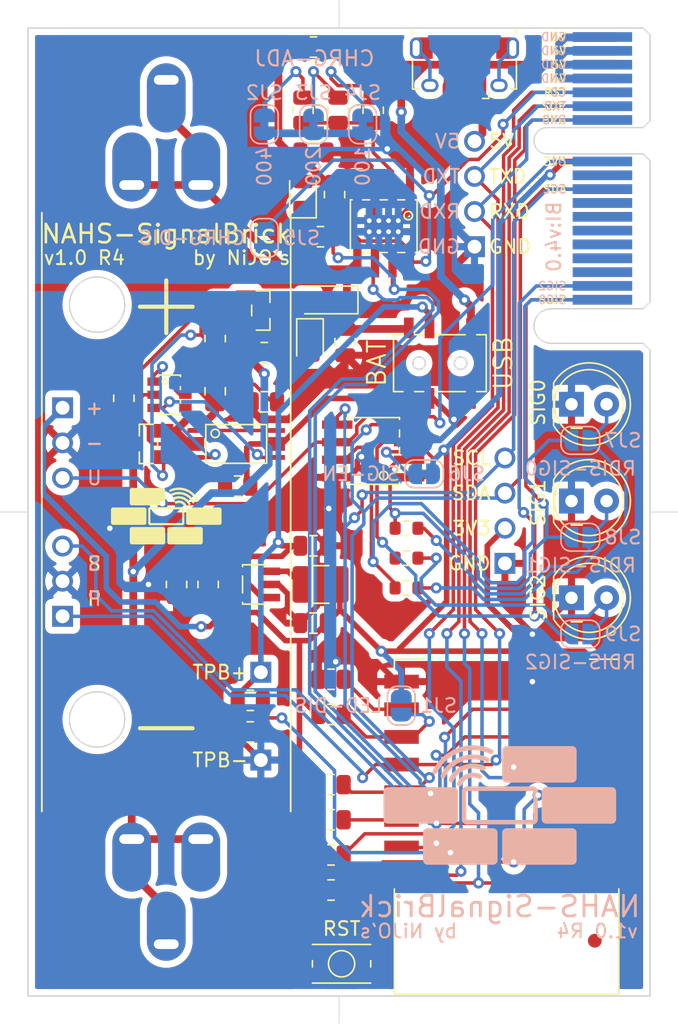
<source format=kicad_pcb>
(kicad_pcb (version 20211014) (generator pcbnew)
  (layers (0 "F.Cu" jumper) (31 "B.Cu" signal) (34 "B.Paste" user) (35 "F.Paste" user) (36 "B.SilkS" user "B.Silkscreen") (37 "F.SilkS" user "F.Silkscreen") (38 "B.Mask" user) (39 "F.Mask" user) (44 "Edge.Cuts" user))
  (net 0 "")
  (net 1 "BAT-")
  (net 2 "BAT+")
  (net 3 "GND")
  (net 4 "SEL+")
  (net 5 "IN-")
  (net 6 "RST")
  (net 7 "Net-(IC2-Pad1)")
  (net 8 "A0")
  (net 9 "EN")
  (net 10 "Net-(IC1-Pad4)")
  (net 11 "SETUP")
  (net 12 "+3V3")
  (net 13 "BOOT2")
  (net 14 "BOOT1")
  (net 15 "PROG")
  (net 16 "SDA")
  (net 17 "Net-(C5-Pad1)")
  (net 18 "SCL")
  (net 19 "RXD")
  (net 20 "/CHRG+")
  (net 21 "Net-(D1-Pad2)")
  (net 23 "CHRG")
  (net 24 "TXD")
  (net 25 "SIG1")
  (net 26 "SIG2")
  (net 27 "STDBY")
  (net 34 "UPDI")
  (net 35 "SIG0")
  (net 36 "Net-(LED3-Pad2)")
  (net 37 "Net-(LED4-Pad2)")
  (net 38 "Net-(LED5-Pad2)")
  (net 39 "CD")
  (net 40 "D-")
  (net 41 "D+")
  (net 43 "unconnected-(J2-Pad6)")
  (net 44 "Net-(L1-Pad1)")
  (net 45 "Net-(LED1-Pad1)")
  (net 46 "Net-(LED2-Pad2)")
  (net 47 "Net-(Q1-Pad1)")
  (net 48 "Net-(Q1-Pad3)")
  (net 49 "Net-(Q1-Pad4)")
  (net 50 "PRT-")
  (net 51 "IN+")
  (net 52 "Net-(Q3-Pad1)")
  (net 53 "Net-(R11-Pad2)")
  (net 54 "Net-(R15-Pad1)")
  (net 55 "Net-(R15-Pad2)")
  (net 56 "Net-(R20-Pad2)")
  (net 57 "Net-(R22-Pad1)")
  (net 58 "Net-(R23-Pad1)")
  (footprint "no_common:R_0603_1608Metric" (layer "F.Cu") (at 127.381 108.331)
    (fp_text reference "R24" hide)
    (fp_text value "330" hide)
  )
  (footprint "no_common:R_0805_2012Metric" (layer "F.Cu") (at 121.158 85.09)
    (fp_text reference "R14" hide)
    (fp_text value "1k" hide)
  )
  (footprint "no_common:KMR_231_G_LFS" (layer "F.Cu") (at 122.682 137.668 90)
    (property "Reference" "SW1")
    (property "Value" "KMR_231_G_LFS")
    (fp_text reference "SW1" hide)
    (fp_text value "KMR_231_G_LFS" hide)
  )
  (footprint "LED_THT:LED_D5.0mm" (layer "F.Cu") (at 139.314 97.2035)
    (fp_text reference "LED3" hide)
    (fp_text value "SIG0")
  )
  (footprint "no_common:R_0805_2012Metric" (layer "F.Cu") (at 115.1655 103.124 180)
    (fp_text reference "R11" hide)
    (fp_text value "1k" hide)
  )
  (footprint "no_common:R_0805_2012Metric" (layer "F.Cu") (at 124.968 75.946 -90)
    (fp_text reference "R23" hide)
    (fp_text value "12k" hide)
  )
  (footprint "no_common:C_0805_2012Metric" (layer "F.Cu") (at 120.65 78.994)
    (property "Reference" "C1")
    (property "Value" "100nF")
    (fp_text reference "C6" hide)
    (fp_text value "10µF" hide)
  )
  (footprint "no_common:R_0805_2012Metric" (layer "F.Cu") (at 121.92 129.794)
    (fp_text reference "R3" hide)
    (fp_text value "10k" hide)
  )
  (footprint "LED_THT:LED_D5.0mm" (layer "F.Cu") (at 139.314 104.2035)
    (fp_text reference "LED4" hide)
    (fp_text value "SIG1")
  )
  (footprint "no_common:R_0805_2012Metric" (layer "F.Cu") (at 113.538 92.456 90)
    (fp_text reference "R10" hide)
    (fp_text value "100" hide)
  )
  (footprint "Fiducial:Fiducial_1mm_Mask2mm" (layer "F.Cu") (at 141 136)
    (fp_text reference "FID3" hide)
    (fp_text value "Fiducial" hide)
  )
  (footprint "no_common:R_0805_2012Metric" (layer "F.Cu") (at 121.92 117.094)
    (fp_text reference "R7" hide)
    (fp_text value "10k" hide)
  )
  (footprint "no_common:HA_18650_EK" (layer "F.Cu") (at 110 105)
    (property "Reference" "BT")
    (property "Value" "HA_18650_EK")
    (fp_text reference "BT1" hide)
    (fp_text value "HA_18650_EK" hide)
  )
  (footprint "no_pinhd:PINHD_1X01_2.54_1mm_Square" (layer "F.Cu") (at 116.84 116.586)
    (property "Reference" "JP3")
    (property "Value" "PINHD_1X01")
    (fp_text reference "JP3" hide)
    (fp_text value "PINHD_1X01" hide)
  )
  (footprint "Fiducial:Fiducial_1mm_Mask2mm" (layer "F.Cu") (at 104 74)
    (fp_text reference "FID1" hide)
    (fp_text value "Fiducial" hide)
  )
  (footprint "Diode_SMD:D_SOD-123F" (layer "F.Cu") (at 121.666 89.662 180)
    (fp_text reference "D1" hide)
    (fp_text value "1N4148WL" hide)
  )
  (footprint "no_common:R_0805_2012Metric" (layer "F.Cu") (at 121.92 119.634)
    (fp_text reference "R4" hide)
    (fp_text value "10k" hide)
  )
  (footprint "LED_THT:LED_D5.0mm" (layer "F.Cu") (at 139.314 111.2035)
    (fp_text reference "LED5" hide)
    (fp_text value "SIG2")
  )
  (footprint "no_common:SOIC8_TP" (layer "F.Cu") (at 125.73 84.328 180)
    (fp_text reference "U4" hide)
    (fp_text value "TP4056" hide)
  )
  (footprint "no_common:LED_0805_2012Metric" (layer "F.Cu") (at 119.888 82.042 90)
    (fp_text reference "LED1" hide)
    (fp_text value "Green" hide)
  )
  (footprint "no_common:C_0805_2012Metric" (layer "F.Cu") (at 120.65 107.442)
    (property "Reference" "C1")
    (property "Value" "100nF")
    (fp_text reference "C2" hide)
    (fp_text value "10µF" hide)
  )
  (footprint "Fiducial:Fiducial_1mm_Mask2mm" (layer "F.Cu") (at 104 136)
    (fp_text reference "FID2" hide)
    (fp_text value "Fiducial" hide)
  )
  (footprint "no_common:LED_0805_2012Metric" (layer "F.Cu") (at 120.396 92.71 -90)
    (fp_text reference "LED2" hide)
    (fp_text value "Red" hide)
  )
  (footprint "no_common:SSSS820101" (layer "F.Cu") (at 129.794 94.234 90)
    (fp_text reference "SW2" hide)
    (fp_text value "SSSS820101" hide)
    (fp_circle (center 0 1.5) (end 0.45 1.5) (layer "Edge.Cuts") (width 0.12) (fill none))
    (fp_circle (center 0 -1.5) (end 0.45 -1.5) (layer "Edge.Cuts") (width 0.12) (fill none))
  )
  (footprint "no_common:C_0805_2012Metric" (layer "F.Cu") (at 120.65 113.03 180)
    (property "Reference" "C1")
    (property "Value" "100nF")
    (fp_text reference "C3" hide)
    (fp_text value "10µF" hide)
  )
  (footprint "no_common:SOIC8" (layer "F.Cu") (at 124.968 100.584 90)
    (property "Reference" "IC?")
    (property "Value" "ATTINY212")
    (fp_text reference "IC2" hide)
    (fp_text value "ATTINY212" hide)
  )
  (footprint "no_brick_logo:x8mm" (layer "F.Cu") (at 110 105.283)
    (fp_text reference "LOGO1" hide)
    (fp_text value "brick_logo" hide)
  )
  (footprint "no_common:R_0805_2012Metric" (layer "F.Cu") (at 116.078 118.618)
    (fp_text reference "R8" hide)
    (fp_text value "2.7M" hide)
  )
  (footprint "no_common:R_0805_2012Metric" (layer "F.Cu") (at 121.92 132.334)
    (fp_text reference "R2" hide)
    (fp_text value "1k" hide)
  )
  (footprint "no_pinhd:PINHD_1X03_2.54_1mm_Round" (layer "F.Cu") (at 102.5 110 90)
    (property "Reference" "JP1")
    (property "Value" "PINHD_1X03")
    (fp_text reference "JP1" hide)
    (fp_text value "PINHD_1X03" hide)
  )
  (footprint "no_common:SOT23-6" (layer "F.Cu") (at 110.236 96.52 -90)
    (fp_text reference "U3" hide)
    (fp_text value "DW01A" hide)
  )
  (footprint "no_common:SOT23-5" (layer "F.Cu") (at 116.332 110.236 90)
    (property "Reference" "U1")
    (property "Value" "ZD8028IB5TR")
    (fp_text reference "U1" hide)
    (fp_text value "ZD8028IB5TR" hide)
  )
  (footprint "no_common:L_1210_3225Metric" (layer "F.Cu") (at 121.158 110.236)
    (property "Reference" "L1")
    (property "Value" "2.2µH")
    (fp_text reference "L1" hide)
    (fp_text value "2.2µH" hide)
  )
  (footprint "no_common:R_0805_2012Metric" (layer "F.Cu") (at 117.094 97.028)
    (fp_text reference "R18" hide)
    (fp_text value "10k" hide)
  )
  (footprint "no_common:R_0805_2012Metric" (layer "F.Cu") (at 116.078 120.904 180)
    (fp_text reference "R9" hide)
    (fp_text value "590k" hide)
  )
  (footprint "Connector_USB:USB_Micro-B_Amphenol_10118194_Horizontal" (layer "F.Cu") (at 131.572 72.75 180)
    (fp_text reference "J2" hide)
    (fp_text value "USB_B_Mini" hide)
  )
  (footprint "no_common:R_0805_2012Metric" (layer "F.Cu") (at 122.428 75.946 -90)
    (fp_text reference "R22" hide)
    (fp_text value "6,04k" hide)
  )
  (footprint "no_common:R_0805_2012Metric" (layer "F.Cu") (at 120.65 71.374)
    (fp_text reference "R12" hide)
    (fp_text value "0.4" hide)
  )
  (footprint "no_expressif:ESP12S" (layer "F.Cu") (at 134.62 127.762 180)
    (property "Reference" "IC1")
    (property "Value" "ESP12S")
    (fp_text reference "IC1" hide)
    (fp_text value "ESP12S" hide)
  )
  (footprint "no_pinhd:PINHD_1X04_2.54_1mm_Round" (layer "F.Cu") (at 132.3 82 90)
    (property "Reference" "JP2")
    (property "Value" "PINHD_1X04")
    (fp_text reference "JP2" hide)
    (fp_text value "PINHD_1X04" hide)
  )
  (footprint "no_common:R_0805_2012Metric" (layer "F.Cu") (at 121.92 124.714)
    (fp_text reference "R5" hide)
    (fp_text value "3.9k" hide)
  )
  (footprint "no_common:R_0805_2012Metric" (layer "F.Cu") (at 117.094 93.472 180)
    (fp_text reference "R17" hide)
    (fp_text value "1k" hide)
  )
  (footprint "no_common:R_0603_1608Metric" (layer "F.Cu") (at 127.381 110.49)
    (fp_text reference "R1" hide)
    (fp_text value "330" hide)
  )
  (footprint "no_pinhd:PINHD_1X04_2.54_1mm_Round" (layer "F.Cu") (at 134.5 104.902 90)
    (property "Reference" "JP1")
    (property "Value" "RHT-ALT")
    (fp_text reference "JP6" hide)
    (fp_text value "PINHD_1X04" hide)
  )
  (footprint "no_pinhd:PINHD_1X01_2.54_1mm_Square" (layer "F.Cu") (at 116.84 122.936)
    (property "Reference" "JP4")
    (property "Value" "PINHD_1X01")
    (fp_text reference "JP4" hide)
    (fp_text value "PINHD_1X01" hide)
  )
  (footprint "no_common:R_0805_2012Metric" (layer "F.Cu") (at 119.888 75.946 -90)
    (fp_text reference "R15" hide)
    (fp_text value "3k" hide)
  )
  (footprint "no_common:R_0805_2012Metric" (layer "F.Cu") (at 121.92 127.254)
    (fp_text reference "R6" hide)
    (fp_text value "3.9k" hide)
  )
  (footprint "no_common:R_0805_2012Metric" (layer "F.Cu") (at 122.174 82.042 -90)
    (fp_text reference "R13" hide)
    (fp_text value "10k" hide)
  )
  (footprint "no_common:R_0805_2012Metric" (layer "F.Cu") (at 106.934 96.774 90)
    (fp_text reference "R19" hide)
    (fp_text value "10k" hide)
  )
  (footprint "no_common:SOT23" (layer "F.Cu") (at 108.712 100.076 90)
    (fp_text reference "Q3" hide)
    (fp_text value "CJ2302" hide)
  )
  (footprint "no_pinhd:PINHD_1X03_2.54_1mm_Round" (layer "F.Cu") (at 102.5 100 -90)
    (property "Reference" "JP5")
    (property "Value" "PINHD_1X03")
    (fp_text reference "JP5" hide)
    (fp_text value "PINHD_1X03" hide)
  )
  (footprint "no_brick_interface:Brick_Interface_V4_inset" (layer "F.Cu") (at 141.55 89.65 90)
    (property "Reference" "J")
    (property "Value" "Brick-Interface-V4")
    (fp_text reference "J1" hide)
    (fp_text value "Brick-Interface-V4")
    (fp_line (start 12.45 2.95) (end 12.95 3.45) (layer "Edge.Cuts") (width 0.1))
    (fp_line (start -0.65 2.95) (end -0.15 3.45) (layer "Edge.Cuts") (width 0.1))
    (fp_line (start 12.95 3.45) (end 19.15 3.45) (layer "Edge.Cuts") (width 0.1))
    (fp_line (start -0.65 -3.7) (end -0.65 2.95) (layer "Edge.Cuts") (width 0.1))
    (fp_line (start 10.55 2.95) (end 10.05 3.45) (layer "Edge.Cuts") (width 0.1))
    (fp_line (start -3.15 -3.7) (end -3.15 2.95) (layer "Edge.Cuts") (width 0.1))
    (fp_line (start -0.15 3.45) (end 10.05 3.45) (layer "Edge.Cuts") (width 0.1))
    (fp_line (start 19.65 2.95) (end 19.15 3.45) (layer "Edge.Cuts") (width 0.1))
    (fp_line (start 12.45 -4) (end 12.45 2.95) (layer "Edge.Cuts") (width 0.1))
    (fp_line (start -3.15 2.95) (end -3.65 3.45) (layer "Edge.Cuts") (width 0.1))
    (fp_line (start 10.55 -4) (end 10.55 2.95) (layer "Edge.Cuts") (width 0.1))
    (fp_line (start 19.65 -4.95) (end 19.65 2.95) (layer "Edge.Cuts") (width 0.1))
    (fp_arc (start -3.15 -3.7) (mid -1.9 -4.95) (end -0.65 -3.7) (layer "Edge.Cuts") (width 0.1))
    (fp_arc (start 10.55 -4) (mid 11.5 -4.95) (end 12.45 -4) (layer "Edge.Cuts") (width 0.1))
  )
  (footprint "no_common:C_0805_2012Metric" (layer "F.Cu") (at 122.936 92.71 -90)
    (property "Reference" "C1")
    (property "Value" "100nF")
    (fp_text reference "C4" hide)
    (fp_text value "10µF" hide)
  )
  (footprint "no_common:R_0603_1608Metric" (layer "F.Cu") (at 127.381 106.172)
    (fp_text reference "R16" hide)
    (fp_text value "330" hide)
  )
  (footprint "no_common:R_0805_2012Metric" (layer "F.Cu") (at 113.03 110.236 -90)
    (fp_text reference "R21" hide)
    (fp_text value "590k" hide)
  )
  (footprint "no_common:C_0805_2012Metric" (layer "F.Cu") (at 113.538 96.266 -90)
    (property "Reference" "C1")
    (property "Value" "100nF")
    (fp_text reference "C5" hide)
    (fp_text value "100nF" hide)
  )
  (footprint "no_common:TSSOP8_MS" (layer "F.Cu") (at 115.062 100.076)
    (fp_text reference "Q1" hide)
    (fp_text value "8205A" hide)
  )
  (footprint "no_common:SOT23" (layer "F.Cu") (at 116.84 90.424 -90)
    (fp_text reference "Q4" hide)
    (fp_text value "MMBT2907A" hide)
  )
  (footprint "no_common:R_0805_2012Metric" (layer "F.Cu") (at 110.744 110.236 90)
    (fp_text reference "R20" hide)
    (fp_text value "130k" hide)
  )
  (footprint "Jumper:SolderJumper-2_P1.3mm_Bridged_RoundedPad1.0x1.5mm" (layer "B.Cu") (at 117.094 76.962 90)
    (property "Reference" "SJ1")
    (property "Value" "RHT-ALT")
    (fp_text reference "SJ2")
    (fp_text value "400" hide)
  )
  (footprint "Jumper:SolderJumper-2_P1.3mm_Open_RoundedPad1.0x1.5mm" (layer "B.Cu") (at 117.094 85.1812 90)
    (property "Reference" "SJ1")
    (property "Value" "LED-DIS")
    (fp_text reference "SJ5")
    (fp_text value "CHRG-DIS")
  )
  (footprint "Jumper:SolderJumper-2_P1.3mm_Open_RoundedPad1.0x1.5mm" (layer "B.Cu") (at 139.954 99.822)
    (fp_text reference "SJ7")
    (fp_text value "RDIS-SIG0")
  )
  (footprint "Jumper:SolderJumper-2_P1.3mm_Bridged_RoundedPad1.0x1.5mm" (layer "B.Cu") (at 128.651 102.235 180)
    (fp_text reference "SJ6")
    (fp_text value "SIG-EN")
  )
  (footprint "Jumper:SolderJumper-2_P1.3mm_Open_RoundedPad1.0x1.5mm" (layer "B.Cu") (at 139.954 113.822)
    (fp_text reference "SJ9")
    (fp_text value "RDIS-SIG2")
  )
  (footprint "Jumper:SolderJumper-2_P1.3mm_Bridged_RoundedPad1.0x1.5mm" (layer "B.Cu") (at 120.65 76.962 90)
    (property "Reference" "SJ1")
    (property "Value" "RHT-ALT")
    (fp_text reference "SJ3")
    (fp_text value "200" hide)
  )
  (footprint "Jumper:SolderJumper-2_P1.3mm_Open_RoundedPad1.0x1.5mm" (layer "B.Cu") (at 127 119 -90)
    (property "Reference" "SJ1")
    (property "Value" "LED-DIS")
    (fp_text reference "SJ1")
    (fp_text value "LED-DIS")
  )
  (footprint "Jumper:SolderJumper-2_P1.3mm_Open_RoundedPad1.0x1.5mm" (layer "B.Cu") (at 139.954 106.822)
    (fp_text reference "SJ8")
    (fp_text value "RDIS-SIG1")
  )
  (footprint "no_brick_logo:x17mm" (layer "B.Cu") (at 134.112 126.111 180)
    (fp_text reference "LOGO2" hide)
    (fp_text value "brick_logo" hide)
  )
  (footprint "Jumper:SolderJumper-2_P1.3mm_Bridged_RoundedPad1.0x1.5mm" (layer "B.Cu") (at 124.206 76.962 90)
    (property "Reference" "SJ1")
    (property "Value" "RHT-ALT")
    (fp_text reference "SJ4")
    (fp_text value "100" hide)
  )
  (gr_line (start 145 105) (end 147 105) (layer "Edge.Cuts") (width 0.05588))
  (gr_line (start 122.5 70) (end 122.5 68) (layer "Edge.Cuts") (width 0.05588))
  (gr_circle (center 105 120) (end 107 120) (layer "Edge.Cuts") (width 0.1) (fill none))
  (gr_line (start 100 140) (end 100 70) (layer "Edge.Cuts") (width 0.1))
  (gr_line (start 100 140) (end 145 140) (layer "Edge.Cuts") (width 0.1))
  (gr_line (start 145 93.3) (end 145 140) (layer "Edge.Cuts") (width 0.1))
  (gr_line (start 98 105) (end 100 105) (layer "Edge.Cuts") (width 0.05588))
  (gr_line (start 136.6 70) (end 100 70) (layer "Edge.Cuts") (width 0.1))
  (gr_line (start 122.5 142) (end 122.5 140) (layer "Edge.Cuts") (width 0.05588))
  (gr_circle (center 105 90) (end 107 90) (layer "Edge.Cuts") (width 0.1) (fill none))
  (gr_text "CHRG-ADJ" (at 120.72 72.2) (layer "B.SilkS") (effects (font (size 1.1 1.1) (thickness 0.16)) (justify mirror)))
  (gr_text "S" (at 104.8 108.73) (layer "B.SilkS") (effects (font (size 1 1)) (justify mirror)))
  (gr_text "200" (at 120.65 80.01 90) (layer "B.SilkS") (effects (font (size 1 1)) (justify mirror)))
  (gr_text "RXD" (at 131.3516 83.27) (layer "B.SilkS") (effects (font (size 1 1)) (justify left mirror)))
  (gr_text "P" (at 104.8 111.27) (layer "B.SilkS") (effects (font (size 1 1)) (justify mirror)))
  (gr_text "v1.0 R4" (at 144.212 135.3058) (layer "B.SilkS") (effects (font (size 1 1)) (justify left mirror)))
  (gr_text "100" (at 124.206 80.01 90) (layer "B.SilkS") (effects (font (size 1 1)) (justify mirror)))
  (gr_text "TXD" (at 131.3516 80.73) (layer "B.SilkS") (effects (font (size 1 1)) (justify left mirror)))
  (gr_text "-" (at 104.8 100) (layer "B.SilkS") (effects (font (size 1 1)) (justify mirror)))
  (gr_text "GND" (at 131.3516 85.81) (layer "B.SilkS") (effects (font (size 1 1)) (justify left mirror)))
  (gr_text "+" (at 104.8 97.46) (layer "B.SilkS") (effects (font (size 1 1)) (justify mirror)))
  (gr_text "NAHS-SignalBrick" (at 134.112 133.5278) (layer "B.SilkS") (effects (font (size 1.5 1.5) (thickness 0.2)) (justify mirror)))
  (gr_text "U" (at 104.8 102.54) (layer "B.SilkS") (effects (font (size 1 1)) (justify mirror)))
  (gr_text "400" (at 117.094 80.01 90) (layer "B.SilkS") (effects (font (size 1 1)) (justify mirror)))
  (gr_text "5V" (at 131.3516 78.19) (layer "B.SilkS") (effects (font (size 1 1)) (justify left mirror)))
  (gr_text "by NiJO's" (at 123.892 135.3058) (layer "B.SilkS") (effects (font (size 1 1)) (justify right mirror)))
  (gr_text "TPB-" (at 116 122.936) (layer "F.SilkS") (effects (font (size 1 1)) (justify right)))
  (gr_text "S" (at 104.8 108.73) (layer "F.SilkS") (effects (font (size 1 1))))
  (gr_text "3V3" (at 133.5532 106.172) (layer "F.SilkS") (effects (font (size 1 1)) (justify right)))
  (gr_text "v1.0 R4" (at 101.05 86.614) (layer "F.SilkS") (effects (font (size 1 1)) (justify left)))
  (gr_text "NAHS-SignalBrick" (at 110 84.8868) (layer "F.SilkS") (effects (font (size 1.33 1.33) (thickness 0.19))))
  (gr_text "+" (at 104.8 97.46) (layer "F.SilkS") (effects (font (size 1 1))))
  (gr_text "SCL" (at 133.5532 101.092) (layer "F.SilkS") (effects (font (size 1 1)) (justify right)))
  (gr_text "GND" (at 133.5532 108.712) (layer "F.SilkS") (effects (font (size 1 1)) (justify right)))
  (gr_text "GND" (at 133.2484 85.81) (layer "F.SilkS") (effects (font (size 1 1)) (justify left)))
  (gr_text "RXD" (at 133.2484 83.27) (layer "F.SilkS") (effects (font (size 1 1)) (justify left)))
  (gr_text "by NiJO's" (at 119.07 86.614) (layer "F.SilkS") (effects (font (size 1 1)) (justify right)))
  (gr_text "BAT" (at 125.222 94.234 90) (layer "F.SilkS") (effects (font (size 1.3 1.3))))
  (gr_text "-" (at 104.8 100) (layer "F.SilkS") (effects (font (size 1 1))))
  (gr_text "U" (at 104.8 102.54) (layer "F.SilkS") (effects (font (size 1 1))))
  (gr_text "P" (at 104.8 111.27) (layer "F.SilkS") (effects (font (size 1 1))))
  (gr_text "5V" (at 133.2484 78.19) (layer "F.SilkS") (effects (font (size 1 1)) (justify left)))
  (gr_text "USB" (at 134.366 94.234 90) (layer "F.SilkS") (effects (font (size 1.3 1.3))))
  (gr_text "TXD" (at 133.2484 80.73) (layer "F.SilkS") (effects (font (size 1 1)) (justify left)))
  (gr_text "RST" (at 122.682 135.128) (layer "F.SilkS") (effects (font (size 1 1))))
  (gr_text "TPB+" (at 116 116.586) (layer "F.SilkS") (effects (font (size 1 1)) (justify right)))
  (gr_text "SDA" (at 133.5532 103.632) (layer "F.SilkS") (effects (font (size 1 1)) (justify right)))
  (segment (start 107.612 109.304) (end 107.612 100.076) (width 0.5588) (layer "F.Cu") (net 1))
  (segment (start 106.934 99.398) (end 107.612 100.076) (width 0.5588) (layer "F.Cu") (net 1))
  (segment (start 106.934 97.6865) (end 106.934 99.398) (width 0.5588) (layer "F.Cu") (net 1))
  (segment (start 107.5 128.65) (end 112.5 128.65) (width 0.5588) (layer "F.Cu") (net 1))
  (segment (start 108.204 122.682) (end 108.204 117.348) (width 0.5588) (layer "F.Cu") (net 1))
  (segment (start 107.612 116.756) (end 107.612 109.304) (width 0.5588) (layer "F.Cu") (net 1))
  (segment (start 107.5 128.65) (end 107.5 123.386) (width 0.5588) (layer "F.Cu") (net 1))
  (segment (start 107.5 131.122) (end 110 133.622) (width 0.5588) (layer "F.Cu") (net 1))
  (segment (start 116.1815 94.0835) (end 117.094 94.996) (width 0.5588) (layer "F.Cu") (net 1))
  (segment (start 107.5 128.65) (end 107.5 131.122) (width 0.5588) (layer "F.Cu") (net 1))
  (segment (start 108.204 117.348) (end 107.612 116.756) (width 0.5588) (layer "F.Cu") (net 1))
  (segment (start 116.1815 93.472) (end 116.1815 94.0835) (width 0.5588) (layer "F.Cu") (net 1))
  (segment (start 110 133.622) (end 110 136.25) (width 0.5588) (layer "F.Cu") (net 1))
  (segment (start 107.5 123.386) (end 108.204 122.682) (width 0.5588) (layer "F.Cu") (net 1))
  (via (at 107.612 109.304) (size 0.8) (drill 0.4) (layers "F.Cu" "B.Cu") (net 1))
  (via (at 117.094 94.996) (size 0.8) (drill 0.4) (layers "F.Cu" "B.Cu") (net 1))
  (segment (start 115.316 103.632) (end 113.284 103.632) (width 0.5588) (layer "B.Cu") (net 1))
  (segment (start 117.094 94.996) (end 117.094 100.076) (width 0.5588) (layer "B.Cu") (net 1))
  (segment (start 113.284 103.632) (end 107.612 109.304) (width 0.5588) (layer "B.Cu") (net 1))
  (segment (start 117.414911 101.533089) (end 115.316 103.632) (width 0.5588) (layer "B.Cu") (net 1))
  (segment (start 117.414911 100.396911) (end 117.414911 101.533089) (width 0.5588) (layer "B.Cu") (net 1))
  (segment (start 117.094 100.076) (end 117.414911 100.396911) (width 0.5588) (layer "B.Cu") (net 1))
  (segment (start 122.936 91.76) (end 127.468 91.76) (width 0.5588) (layer "F.Cu") (net 2))
  (segment (start 112.5 81.35) (end 118.592911 87.442911) (width 0.5588) (layer "F.Cu") (net 2))
  (segment (start 123.066 87.687) (end 123.310089 87.442911) (width 0.5588) (layer "F.Cu") (net 2))
  (segment (start 122.936 89.792) (end 123.066 89.662) (width 0.5588) (layer "F.Cu") (net 2))
  (segment (start 120.396 91.7725) (end 116.1385 91.7725) (width 0.5588) (layer "F.Cu") (net 2))
  (segment (start 116.1385 91.7725) (end 115.74 91.374) (width 0.5588) (layer "F.Cu") (net 2))
  (segment (start 113.7075 91.374) (end 113.538 91.5435) (width 0.5588) (layer "F.Cu") (net 2))
  (segment (start 122.936 91.76) (end 122.936 89.792) (width 0.5588) (layer "F.Cu") (net 2))
  (segment (start 112.5 78.718) (end 110 76.218) (width 0.5588) (layer "F.Cu") (net 2))
  (segment (start 115.74 91.374) (end 113.7075 91.374) (width 0.5588) (layer "F.Cu") (net 2))
  (segment (start 127.468 91.76) (end 127.544 91.684) (width 0.5588) (layer "F.Cu") (net 2))
  (segment (start 110 76.218) (end 110 73.75) (width 0.5588) (layer "F.Cu") (net 2))
  (segment (start 120.396 91.7725) (end 122.9235 91.7725) (width 0.5588) (layer "F.Cu") (net 2))
  (segment (start 112.5 81.35) (end 112.5 78.718) (width 0.5588) (layer "F.Cu") (net 2))
  (segment (start 107.5 81.35) (end 112.5 81.35) (width 0.5588) (layer "F.Cu") (net 2))
  (segment (start 118.592911 87.442911) (end 123.310089 87.442911) (width 0.5588) (layer "F.Cu") (net 2))
  (segment (start 123.310089 87.442911) (end 123.825 86.928) (width 0.5588) (layer "F.Cu") (net 2))
  (segment (start 122.9235 91.7725) (end 122.936 91.76) (width 0.5588) (layer "F.Cu") (net 2))
  (segment (start 123.066 89.662) (end 123.066 87.687) (width 0.5588) (layer "F.Cu") (net 2))
  (segment (start 121.76 104.742) (end 120.33 106.172) (width 0.4064) (layer "F.Cu") (net 3))
  (segment (start 109.69128 108.811346) (end 110.044626 108.458) (width 0.4064) (layer "F.Cu") (net 3))
  (segment (start 123.2044 102.489) (end 122.368 102.489) (width 0.4064) (layer "F.Cu") (net 3))
  (segment (start 129.044 96.784) (end 129.296 96.784) (width 0.4064) (layer "F.Cu") (net 3))
  (segment (start 103.886 105.156) (end 103.886 108.614) (width 0.4064) (layer "F.Cu") (net 3))
  (segment (start 109.69128 108.811346) (end 109.69128 109.25672) (width 0.4064) (layer "F.Cu") (net 3))
  (segment (start 118.78028 112.11028) (end 118.78028 110.90628) (width 0.4064) (layer "F.Cu") (net 3))
  (segment (start 119.7 113.03) (end 120.904 111.826) (width 0.4064) (layer "F.Cu") (net 3))
  (segment (start 118.11 110.236) (end 117.632 110.236) (width 0.4064) (layer "F.Cu") (net 3))
  (segment (start 124.1205 100.998858) (end 123.8212 101.298158) (width 0.4064) (layer "F.Cu") (net 3))
  (segment (start 123.8212 101.298158) (end 123.8212 101.8722) (width 0.4064) (layer "F.Cu") (net 3))
  (segment (start 109.69128 109.25672) (end 108.712 110.236) (width 0.4064) (layer "F.Cu") (net 3))
  (segment (start 116.84 122.936) (end 115.1655 121.2615) (width 0.4064) (layer "F.Cu") (net 3))
  (segment (start 110.044626 108.458) (end 115.062 108.458) (width 0.4064) (layer "F.Cu") (net 3))
  (segment (start 109.69128 110.70728) (end 109.69128 108.811346) (width 0.4064) (layer "F.Cu") (net 3))
  (segment (start 139.314 111.2035) (end 139.314 104.2035) (width 0.4064) (layer "F.Cu") (net 3))
  (segment (start 102.5 100) (end 103.886 101.386) (width 0.4064) (layer "F.Cu") (net 3))
  (segment (start 108.712 110.236) (end 108.712 114.4505) (width 0.4064) (layer "F.Cu") (net 3))
  (segment (start 126.66 117.262) (end 125.222 115.824) (width 0.4064) (layer "F.Cu") (net 3))
  (segment (start 124.982 138.468) (end 120.382 138.468) (width 0.4064) (layer "F.Cu") (net 3))
  (segment (start 125.222 115.824) (end 122.2775 115.824) (width 0.4064) (layer "F.Cu") (net 3))
  (segment (start 136.484 113.833) (end 136.6845 113.833) (width 0.4064) (layer "F.Cu") (net 3))
  (segment (start 127.02 117.262) (end 136.484 117.262) (width 0.4064) (layer "F.Cu") (net 3))
  (segment (start 118.78028 110.90628) (end 118.11 110.236) (width 0.4064) (layer "F.Cu") (net 3))
  (segment (start 108.712 114.4505) (end 115.1655 120.904) (width 0.4064) (layer "F.Cu") (net 3))
  (segment (start 103.886 101.386) (end 103.886 105.156) (width 0.4064) (layer "F.Cu") (net 3))
  (segment (start 110.1325 111.1485) (end 109.69128 110.70728) (width 0.4064) (layer "F.Cu") (net 3))
  (segment (start 123.8212 101.8722) (end 123.2044 102.489) (width 0.4064) (layer "F.Cu") (net 3))
  (segment (start 122.368 102.489) (end 122.368 104.134) (width 0.4064) (layer "F.Cu") (net 3))
  (segment (start 115.1655 121.2615) (end 115.1655 120.904) (width 0.254) (layer "F.Cu") (net 3))
  (segment (start 120.382 138.468) (end 119.418 138.468) (width 0.4064) (layer "F.Cu") (net 3))
  (segment (start 120.904 108.138) (end 121.6 107.442) (width 0.4064) (layer "F.Cu") (net 3))
  (segment (start 136.484 113.833) (end 136.484 113.751) (width 0.4064) (layer "F.Cu") (net 3))
  (segment (start 110.744 111.1485) (end 110.1325 111.1485) (width 0.4064) (layer "F.Cu") (net 3))
  (segment (start 134.5 111.767) (end 134.5 108.712) (width 0.4064) (layer "F.Cu") (net 3))
  (segment (start 120.904 111.826) (end 120.904 108.138) (width 0.4064) (layer "F.Cu") (net 3))
  (segment (start 122.2775 115.824) (end 121.0075 117.094) (width 0.4064) (layer "F.Cu") (net 3))
  (segment (start 136.484 113.751) (end 134.5 111.767) (width 0.4064) (layer "F.Cu") (net 3))
  (segment (start 120.33 106.172) (end 121.6 107.442) (width 0.4064) (layer "F.Cu") (net 3))
  (segment (start 136.6845 113.833) (end 139.314 111.2035) (width 0.4064) (layer "F.Cu") (net 3))
  (segment (start 139.314 97.2035) (end 139.314 104.2035) (width 0.4064) (layer "F.Cu") (net 3))
  (segment (start 116.84 135.89) (end 116.84 122.936) (width 0.4064) (layer "F.Cu") (net 3))
  (segment (start 119.7 113.03) (end 118.78028 112.11028) (width 0.4064) (layer "F.Cu") (net 3))
  (segment (start 122.368 104.134) (end 121.76 104.742) (width 0.4064) (layer "F.Cu") (net 3))
  (segment (start 119.418 138.468) (end 116.84 135.89) (width 0.4064) (layer "F.Cu") (net 3))
  (segment (start 104.902 105.156) (end 103.886 105.156) (width 0.4064) (layer "F.Cu") (net 3))
  (segment (start 105.918 106.172) (end 104.902 105.156) (width 0.4064) (layer "F.Cu") (net 3))
  (segment (start 103.886 108.614) (end 102.5 110) (width 0.4064) (layer "F.Cu") (net 3))
  (segment (start 115.062 108.458) (end 117.348 106.172) (width 0.4064) (layer "F.Cu") (net 3))
  (segment (start 127.02 117.262) (end 126.66 117.262) (width 0.4064) (layer "F.Cu") (net 3))
  (segment (start 117.348 106.172) (end 120.33 106.172) (width 0.4064) (layer "F.Cu") (net 3))
  (segment (start 129.296 96.784) (end 130.81 98.298) (width 0.4064) (layer "F.Cu") (net 3))
  (via (at 105.918 106.172) (size 0.8) (drill 0.4) (layers "F.Cu" "B.Cu") (net 3))
  (via (at 136.484 117.262) (size 0.8) (drill 0.4) (layers "F.Cu" "B.Cu") (net 3))
  (via (at 130.81 98.298) (size 0.8) (drill 0.4) (layers "F.Cu" "B.Cu") (net 3))
  (via (at 108.712 110.236) (size 0.8) (drill 0.4) (layers "F.Cu" "B.Cu") (net 3))
  (via (at 122.2595 115.824) (size 0.8) (drill 0.4) (layers "F.Cu" "B.Cu") (net 3))
  (via (at 121.76 104.742) (size 0.8) (drill 0.4) (layers "F.Cu" "B.Cu") (net 3))
  (via (at 136.484 113.833) (size 0.8) (drill 0.4) (layers "F.Cu" "B.Cu") (net 3))
  (via (at 124.1205 100.998858) (size 0.8) (drill 0.4) (layers "F.Cu" "B.Cu") (net 3))
  (segment (start 106.68 106.934) (end 105.918 106.172) (width 0.4064) (layer "B.Cu") (net 3))
  (segment (start 136.484 117.262) (end 136.484 113.833) (width 0.4064) (layer "B.Cu") (net 3))
  (segment (start 106.68 107.442) (end 106.68 106.934) (width 0.4064) (layer "B.Cu") (net 3))
  (segment (start 106.934 110.236) (end 106.68 109.982) (width 0.4064) (layer "B.Cu") (net 3))
  (segment (start 124.1205 100.998858) (end 125.297358 99.822) (width 0.4064) (layer "B.Cu") (net 3))
  (segment (start 108.712 110.236) (end 107.188 110.236) (width 0.4064) (layer "B.Cu") (net 3))
  (segment (start 107.188 110.236) (end 106.934 110.236) (width 0.4064) (layer "B.Cu") (net 3))
  (segment (start 125.297358 99.822) (end 129.794 99.822) (width 0.4064) (layer "B.Cu") (net 3))
  (segment (start 129.794 99.822) (end 130.81 98.806) (width 0.4064) (layer "B.Cu") (net 3))
  (segment (start 121.76 115.3245) (end 122.2595 115.824) (width 0.4064) (layer "B.Cu") (net 3))
  (segment (start 130.81 98.806) (end 130.81 98.298) (width 0.4064) (layer "B.Cu") (net 3))
  (segment (start 106.68 109.982) (end 106.68 107.442) (width 0.4064) (layer "B.Cu") (net 3))
  (segment (start 121.76 104.742) (end 121.76 115.3245) (width 0.4064) (layer "B.Cu") (net 3))
  (segment (start 119.126 107.442) (end 118.364 107.442) (width 0.4064) (layer "F.Cu") (net 4))
  (segment (start 118.364 108.204) (end 116.114 108.204) (width 0.4064) (layer "F.Cu") (net 4))
  (segment (start 115.1655 118.2605) (end 115.1655 118.618) (width 0.254) (layer "F.Cu") (net 4))
  (segment (start 116.932 111.186) (end 115.032 109.286) (width 0.4064) (layer "F.Cu") (net 4))
  (segment (start 116.84 116.586) (end 115.1655 118.2605) (width 0.4064) (layer "F.Cu") (net 4))
  (segment (start 119.7 107.442) (end 119.126 107.442) (width 0.4064) (layer "F.Cu") (net 4))
  (segment (start 129.044 90.69) (end 129.044 91.684) (width 0.4064) (layer "F.Cu") (net 4))
  (segment (start 116.114 108.204) (end 115.032 109.286) (width 0.4064) (layer "F.Cu") (net 4))
  (segment (start 119.126 107.442) (end 118.364 108.204) (width 0.4064) (layer "F.Cu") (net 4))
  (segment (start 117.632 111.186) (end 116.932 111.186) (width 0.4064) (layer "F.Cu") (net 4))
  (segment (start 118.364 107.442) (end 118.11 107.188) (width 0.254) (layer "F.Cu") (net 4))
  (segment (start 128.524 90.17) (end 129.044 90.69) (width 0.4064) (layer "F.Cu") (net 4))
  (via (at 128.524 90.17) (size 0.8) (drill 0.4) (layers "F.Cu" "B.Cu") (net 4))
  (via (at 118.11 107.188) (size 0.8) (drill 0.4) (layers "F.Cu" "B.Cu") (net 4))
  (segment (start 116.84 116.586) (end 116.84 108.458) (width 0.4064) (layer "B.Cu") (net 4))
  (segment (start 125.73 90.17) (end 128.524 90.17) (width 0.4064) (layer "B.Cu") (net 4))
  (segment (start 118.11 97.79) (end 120.142 95.758) (width 0.4064) (layer "B.Cu") (net 4))
  (segment (start 120.142 95.758) (end 125.73 90.17) (width 0.4064) (layer "B.Cu") (net 4))
  (segment (start 116.84 108.458) (end 118.11 107.188) (width 0.4064) (layer "B.Cu") (net 4))
  (segment (start 118.11 103.124) (end 118.11 97.79) (width 0.4064) (layer "B.Cu") (net 4))
  (segment (start 118.11 107.188) (end 118.11 103.124) (width 0.4064) (layer "B.Cu") (net 4))
  (segment (start 124.68 84.728) (end 125.38 84.728) (width 0.5588) (layer "F.Cu") (net 5))
  (segment (start 111.628 100.076) (end 110.678 99.126) (width 0.5588) (layer "F.Cu") (net 5))
  (segment (start 116.1815 97.6395) (end 116.84 98.298) (width 0.5588) (layer "F.Cu") (net 5))
  (segment (start 130.272 74.15) (end 130.272 76.23) (width 0.5588) (layer "F.Cu") (net 5))
  (segment (start 116.1815 97.028) (end 116.1815 97.6395) (width 0.5588) (layer "F.Cu") (net 5))
  (segment (start 112.137 100.076) (end 111.628 100.076) (width 0.5588) (layer "F.Cu") (net 5))
  (segment (start 125.984 78.74) (end 126.111 78.867) (width 0.5588) (layer "F.Cu") (net 5))
  (segment (start 126.111 78.867) (end 127.635 78.867) (width 0.5588) (layer "F.Cu") (net 5))
  (segment (start 127.635 83.185) (end 127.635 83.073) (width 0.5588) (layer "F.Cu") (net 5))
  (segment (start 132.3 85.81) (end 132.292 85.81) (width 0.5588) (layer "F.Cu") (net 5))
  (segment (start 126.78 84.728) (end 126.78 83.928) (width 0.5588) (layer "F.Cu") (net 5))
  (segment (start 122.936 94.234) (end 122.936 93.66) (width 0.5588) (layer "F.Cu") (net 5))
  (segment (start 130.272 76.23) (end 127.635 78.867) (width 0.5588) (layer "F.Cu") (net 5))
  (segment (start 126.08 84.728) (end 126.78 84.728) (width 0.5588) (layer "F.Cu") (net 5))
  (segment (start 128.651 84.201) (end 127.635 83.185) (width 0.5588) (layer "F.Cu") (net 5))
  (segment (start 116.84 98.298) (end 118.872 98.298) (width 0.5588) (layer "F.Cu") (net 5))
  (segment (start 126.78 83.928) (end 126.08 83.928) (width 0.5588) (layer "F.Cu") (net 5))
  (segment (start 131.328 96.784) (end 130.302 95.758) (width 0.5588) (layer "F.Cu") (net 5))
  (segment (start 110.678 99.126) (end 111.506 98.298) (width 0.5588) (layer "F.Cu") (net 5))
  (segment (start 130.683 84.201) (end 128.651 84.201) (width 0.5588) (layer "F.Cu") (net 5))
  (segment (start 127.635 83.073) (end 126.78 83.928) (width 0.5588) (layer "F.Cu") (net 5))
  (segment (start 129.794 93.218) (end 129.794 95.25) (width 0.5588) (layer "F.Cu") (net 5))
  (segment (start 126.08 83.928) (end 125.38 83.928) (width 0.5588) (layer "F.Cu") (net 5))
  (segment (start 130.26 92.752) (end 129.794 93.218) (width 0.5588) (layer "F.Cu") (net 5))
  (segment (start 113.538 97.216) (end 111.892 95.57) (width 0.5588) (layer "F.Cu") (net 5))
  (segment (start 130.26 87.842) (end 130.26 92.752) (width 0.5588) (layer "F.Cu") (net 5))
  (segment (start 113.03 98.298) (end 113.538 97.79) (width 0.5588) (layer "F.Cu") (net 5))
  (segment (start 127.635 78.867) (end 127.635 81.728) (width 0.5588) (layer "F.Cu") (net 5))
  (segment (start 125.38 84.728) (end 126.08 84.728) (width 0.5588) (layer "F.Cu") (net 5))
  (segment (start 132.292 85.81) (end 130.683 84.201) (width 0.5588) (layer "F.Cu") (net 5))
  (segment (start 118.872 98.298) (end 122.936 94.234) (width 0.5588) (layer "F.Cu") (net 5))
  (segment (start 124.68 83.928) (end 125.38 83.928) (width 0.5588) (layer "F.Cu") (net 5))
  (segment (start 123.444 78.994) (end 121.6 78.994) (width 0.5588) (layer "F.Cu") (net 5))
  (segment (start 111.506 98.298) (end 113.03 98.298) (width 0.5588) (layer "F.Cu") (net 5))
  (segment (start 109.812 99.126) (end 110.678 99.126) (width 0.5588) (layer "F.Cu") (net 5))
  (segment (start 129.895089 95.605089) (end 130.149089 95.605089) (width 0.5588) (layer "F.Cu") (net 5))
  (segment (start 125.095 81.728) (end 125.095 83.643) (width 0.5588) (layer "F.Cu") (net 5))
  (segment (start 130.149089 95.605089) (end 130.302 95.758) (width 0.5588) (layer "F.Cu") (net 5))
  (segment (start 124.881089 95.605089) (end 129.895089 95.605089) (width 0.5588) (layer "F.Cu") (net 5))
  (segment (start 111.892 95.57) (end 111.386 95.57) (width 0.5588) (layer "F.Cu") (net 5))
  (segment (start 125.095 81.728) (end 125.095 80.645) (width 0.5588) (layer "F.Cu") (net 5))
  (segment (start 127.635 81.728) (end 127.635 83.073) (width 0.5588) (layer "F.Cu") (net 5))
  (segment (start 129.794 95.25) (end 130.302 95.758) (width 0.5588) (layer "F.Cu") (net 5))
  (segment (start 132.292 85.81) (end 130.26 87.842) (width 0.5588) (layer "F.Cu") (net 5))
  (segment (start 113.538 97.216) (end 115.9935 97.216) (width 0.5588) (layer "F.Cu") (net 5))
  (segment (start 115.9935 97.216) (end 116.1815 97.028) (width 0.5588) (layer "F.Cu") (net 5))
  (segment (start 132.044 96.784) (end 131.328 96.784) (width 0.5588) (layer "F.Cu") (net 5))
  (segment (start 113.538 97.79) (end 113.538 97.216) (width 0.5588) (layer "F.Cu") (net 5))
  (segment (start 122.936 93.66) (end 124.881089 95.605089) (width 0.5588) (layer "F.Cu") (net 5))
  (segment (start 125.095 83.643) (end 125.38 83.928) (width 0.5588) (layer "F.Cu") (net 5))
  (segment (start 125.095 80.645) (end 123.444 78.994) (width 0.5588) (layer "F.Cu") (net 5))
  (via (at 125.984 78.74) (size 0.8) (drill 0.4) (layers "F.Cu" "B.Cu") (net 5))
  (segment (start 141.55 71.65) (end 138.916 71.65) (width 0.5588) (layer "B.Cu") (net 5))
  (segment (start 138.436 72.65) (end 138.43 72.644) (width 0.5588) (layer "B.Cu") (net 5))
  (segment (start 122.028 84.728) (end 124.68 84.728) (width 0.5588) (layer "B.Cu") (net 5))
  (segment (start 138.43 73.406) (end 138.684 73.66) (width 0.5588) (layer "B.Cu") (net 5))
  (segment (start 137.414 72.644) (end 134.112 75.946) (width 0.5588) (layer "B.Cu") (net 5))
  (segment (start 134.112 75.946) (end 132.08 75.946) (width 0.5588) (layer "B.Cu") (net 5))
  (segment (start 138.684 73.66) (end 138.694 73.65) (width 0.5588) (layer "B.Cu") (net 5))
  (segment (start 138.43 72.136) (end 138.43 72.644) (width 0.5588) (layer "B.Cu") (net 5))
  (segment (start 120.9248 85.8312) (end 122.028 84.728) (width 0.5588) (layer "B.Cu") (net 5))
  (segment (start 124.206 77.612) (end 124.856 77.612) (width 0.5588) (layer "B.Cu") (net 5))
  (segment (start 138.916 71.65) (end 138.43 72.136) (width 0.5588) (layer "B.Cu") (net 5))
  (segment (start 120.65 77.612) (end 124.206 77.612) (width 0.5588) (layer "B.Cu") (net 5))
  (segment (start 132.08 75.946) (end 130.81 77.216) (width 0.5588) (layer "B.Cu") (net 5))
  (segment (start 117.094 77.612) (end 120.65 77.612) (width 0.5588) (layer "B.Cu") (net 5))
  (segment (start 117.094 85.8312) (end 120.9248 85.8312) (width 0.5588) (layer "B.Cu") (net 5))
  (segment (start 138.694 73.65) (end 141.55 73.65) (width 0.5588) (layer "B.Cu") (net 5))
  (segment (start 138.43 71.12) (end 138.87108 70.67892) (width 0.5588) (layer "B.Cu") (net 5))
  (segment (start 138.43 72.644) (end 138.43 73.406) (width 0.5588) (layer "B.Cu") (net 5))
  (segment (start 130.81 84.32) (end 132.3 85.81) (width 0.5588) (layer "B.Cu") (net 5))
  (segment (start 138.87108 70.67892) (end 141.55 70.67892) (width 0.5588) (layer "B.Cu") (net 5))
  (segment (start 124.856 77.612) (end 125.984 78.74) (width 0.5588) (layer "B.Cu") (net 5))
  (segment (start 138.43 72.644) (end 137.414 72.644) (width 0.5588) (layer "B.Cu") (net 5))
  (segment (start 138.43 72.136) (end 138.43 71.12) (width 0.5588) (layer "B.Cu") (net 5))
  (segment (start 141.55 72.65) (end 138.436 72.65) (width 0.5588) (layer "B.Cu") (net 5))
  (segment (start 130.81 77.216) (end 130.81 84.32) (width 0.5588) (layer "B.Cu") (net 5))
  (segment (start 131.572 100.458672) (end 134.40292 97.627752) (width 0.254) (layer "F.Cu") (net 6))
  (segment (start 135.128 75.946) (end 136.424 74.65) (width 0.254) (layer "F.Cu") (net 6))
  (segment (start 120.382 136.868) (end 124.982 136.868) (width 0.254) (layer "F.Cu") (net 6))
  (segment (start 131.572 113.792) (end 131.572 100.458672) (width 0.254) (layer "F.Cu") (net 6))
  (segment (start 134.40292 79.21108) (end 135.128 78.486) (width 0.254) (layer "F.Cu") (net 6))
  (segment (start 132.588 131.826) (end 137.414 131.826) (width 0.254) (layer "F.Cu") (net 6))
  (segment (start 137.978 131.262) (end 142.22 131.262) (width 0.254) (layer "F.Cu") (net 6))
  (segment (start 132.588 131.826) (end 129.286 131.826) (width 0.254) (layer "F.Cu") (net 6))
  (segment (start 124.982 133.59) (end 126.238 132.334) (width 0.254) (layer "F.Cu") (net 6))
  (segment (start 135.128 78.486) (end 135.128 75.946) (width 0.254) (layer "F.Cu") (net 6))
  (segment (start 129.286 131.826) (end 128.778 132.334) (width 0.254) (layer "F.Cu") (net 6))
  (segment (start 122.8325 132.334) (end 126.238 132.334) (width 0.254) (layer "F.Cu") (net 6))
  (segment (start 137.414 131.826) (end 137.978 131.262) (width 0.254) (layer "F.Cu") (net 6))
  (segment (start 124.982 136.868) (end 124.982 133.59) (width 0.254) (layer "F.Cu") (net 6))
  (segment (start 126.238 132.334) (end 128.778 132.334) (width 0.254) (layer "F.Cu") (net 6))
  (segment (start 136.424 74.65) (end 141.55 74.65) (width 0.254) (layer "F.Cu") (net 6))
  (segment (start 134.40292 97.627752) (end 134.40292 79.21108) (width 0.254) (layer "F.Cu") (net 6))
  (via (at 131.572 113.792) (size 0.8) (drill 0.4) (layers "F.Cu" "B.Cu") (net 6))
  (via (at 132.588 131.826) (size 0.8) (drill 0.4) (layers "F.Cu" "B.Cu") (net 6))
  (segment (start 132.588 131.826) (end 132.588 126.746) (width 0.254) (layer "B.Cu") (net 6))
  (segment (start 131.953 126.111) (end 131.953 116.332) (width 0.254) (layer "B.Cu") (net 6))
  (segment (start 132.588 126.746) (end 131.953 126.111) (width 0.254) (layer "B.Cu") (net 6))
  (segment (start 131.953 116.332) (end 131.572 115.951) (width 0.254) (layer "B.Cu") (net 6))
  (segment (start 131.572 115.951) (end 131.572 113.792) (width 0.254) (layer "B.Cu") (net 6))
  (segment (start 125.9215 100.670358) (end 125.949858 100.642) (width 0.254) (layer "F.Cu") (net 7))
  (segment (start 125.949858 100.642) (end 128.836 100.642) (width 0.254) (layer "F.Cu") (net 7))
  (segment (start 128.905 102.489) (end 127.568 102.489) (width 0.254) (layer "F.Cu") (net 7))
  (segment (start 129.286 101.092) (end 129.286 102.108) (width 0.254) (layer "F.Cu") (net 7))
  (segment (start 129.286 102.108) (end 128.905 102.489) (width 0.254) (layer "F.Cu") (net 7))
  (segment (start 128.836 100.642) (end 129.286 101.092) (width 0.254) (layer "F.Cu") (net 7))
  (via (at 125.9215 100.670358) (size 0.8) (drill 0.4) (layers "F.Cu" "B.Cu") (net 7))
  (segment (start 127.486142 102.235) (end 125.9215 100.670358) (width 0.254) (layer "B.Cu") (net 7))
  (segment (start 128.001 102.235) (end 127.486142 102.235) (width 0.254) (layer "B.Cu") (net 7))
  (segment (start 130.9195 129.262) (end 142.22 129.262) (width 0.254) (layer "F.Cu") (net 8))
  (segment (start 116.9905 119.7375) (end 117.141 119.888) (width 0.254) (layer "F.Cu") (net 8))
  (segment (start 117.141 119.888) (end 118.364 119.888) (width 0.254) (layer "F.Cu") (net 8))
  (segment (start 116.9905 118.618) (end 116.9905 119.7375) (width 0.254) (layer "F.Cu") (net 8))
  (segment (start 130.556 129.6255) (end 130.9195 129.262) (width 0.254) (layer "F.Cu") (net 8))
  (segment (start 116.9905 119.7375) (end 116.9905 120.904) (width 0.254) (layer "F.Cu") (net 8))
  (via (at 130.556 129.6255) (size 0.8) (drill 0.4) (layers "F.Cu" "B.Cu") (net 8))
  (via (at 118.364 119.888) (size 0.8) (drill 0.4) (layers "F.Cu" "B.Cu") (net 8))
  (segment (start 122.174 128.524) (end 123.2755 129.6255) (width 0.254) (layer "B.Cu") (net 8))
  (segment (start 123.2755 129.6255) (end 130.556 129.6255) (width 0.254) (layer "B.Cu") (net 8))
  (segment (start 122.174 123.698) (end 122.174 128.524) (width 0.254) (layer "B.Cu") (net 8))
  (segment (start 118.364 119.888) (end 122.174 123.698) (width 0.254) (layer "B.Cu") (net 8))
  (segment (start 122.8325 129.794) (end 124.3565 128.27) (width 0.254) (layer "F.Cu") (net 9))
  (segment (start 137.914 127.262) (end 142.22 127.262) (width 0.254) (layer "F.Cu") (net 9))
  (segment (start 136.906 128.27) (end 137.914 127.262) (width 0.254) (layer "F.Cu") (net 9))
  (segment (start 124.3565 128.27) (end 136.906 128.27) (width 0.254) (layer "F.Cu") (net 9))
  (segment (start 136.906 125.476) (end 137.12 125.262) (width 0.254) (layer "F.Cu") (net 10))
  (segment (start 122.2775 131.064) (end 122.682 131.064) (width 0.254) (layer "F.Cu") (net 10))
  (segment (start 124.914978 131.064) (end 125.676978 130.302) (width 0.254) (layer "F.Cu") (net 10))
  (segment (start 137.12 125.262) (end 142.22 125.262) (width 0.254) (layer "F.Cu") (net 10))
  (segment (start 127.508 130.302) (end 135.128 130.302) (width 0.254) (layer "F.Cu") (net 10))
  (segment (start 122.682 131.064) (end 124.914978 131.064) (width 0.254) (layer "F.Cu") (net 10))
  (segment (start 125.676978 130.302) (end 127.508 130.302) (width 0.254) (layer "F.Cu") (net 10))
  (segment (start 121.0075 132.334) (end 122.2775 131.064) (width 0.254) (layer "F.Cu") (net 10))
  (via (at 136.906 125.476) (size 0.8) (drill 0.4) (layers "F.Cu" "B.Cu") (net 10))
  (via (at 135.128 130.302) (size 0.8) (drill 0.4) (layers "F.Cu" "B.Cu") (net 10))
  (segment (start 135.128 130.302) (end 135.636 129.794) (width 0.254) (layer "B.Cu") (net 10))
  (segment (start 135.89 129.54) (end 135.89 126.746) (width 0.254) (layer "B.Cu") (net 10))
  (segment (start 135.636 129.794) (end 135.89 129.54) (width 0.254) (layer "B.Cu") (net 10))
  (segment (start 135.89 126.492) (end 136.906 125.476) (width 0.254) (layer "B.Cu") (net 10))
  (segment (start 135.89 126.746) (end 135.89 126.492) (width 0.254) (layer "B.Cu") (net 10))
  (segment (start 134.80644 97.794896) (end 134.80644 79.378224) (width 0.254) (layer "F.Cu") (net 11))
  (segment (start 134.112 127.508) (end 135.128 126.492) (width 0.254) (layer "F.Cu") (net 11))
  (segment (start 135.128 126.492) (end 135.128 123.444) (width 0.254) (layer "F.Cu") (net 11))
  (segment (start 135.53152 76.708) (end 136.58952 75.65) (width 0.254) (layer "F.Cu") (net 11))
  (segment (start 134.80644 79.378224) (end 135.53152 78.653144) (width 0.254) (layer "F.Cu") (net 11))
  (segment (start 129.54 127.508) (end 134.112 127.508) (width 0.254) (layer "F.Cu") (net 11))
  (segment (start 131.97552 100.625816) (end 134.80644 97.794896) (width 0.254) (layer "F.Cu") (net 11))
  (segment (start 136.58952 75.65) (end 141.55 75.65) (width 0.254) (layer "F.Cu") (net 11))
  (segment (start 131.97552 112.92552) (end 131.97552 100.625816) (width 0.254) (layer "F.Cu") (net 11))
  (segment (start 135.31 123.262) (end 135.128 123.444) (width 0.254) (layer "F.Cu") (net 11))
  (segment (start 132.842 113.792) (end 131.97552 112.92552) (width 0.254) (layer "F.Cu") (net 11))
  (segment (start 135.53152 78.653144) (end 135.53152 76.708) (width 0.254) (layer "F.Cu") (net 11))
  (segment (start 142.22 123.262) (end 135.31 123.262) (width 0.254) (layer "F.Cu") (net 11))
  (via (at 135.128 123.444) (size 0.8) (drill 0.4) (layers "F.Cu" "B.Cu") (net 11))
  (via (at 132.842 113.792) (size 0.8) (drill 0.4) (layers "F.Cu" "B.Cu") (net 11))
  (via (at 129.54 127.508) (size 0.8) (drill 0.4) (layers "F.Cu" "B.Cu") (net 11))
  (segment (start 119.38 117.856) (end 114.808 117.856) (width 0.254) (layer "B.Cu") (net 11))
  (segment (start 132.842 123.698) (end 133.35 124.206) (width 0.254) (layer "B.Cu") (net 11))
  (segment (start 129.54 127.508) (end 129.032 127.508) (width 0.254) (layer "B.Cu") (net 11))
  (segment (start 114.808 117.856) (end 109.08848 112.13648) (width 0.254) (layer "B.Cu") (net 11))
  (segment (start 104.902 108.458) (end 103.904 107.46) (width 0.254) (layer "B.Cu") (net 11))
  (segment (start 134.366 124.206) (end 135.128 123.444) (width 0.254) (layer "B.Cu") (net 11))
  (segment (start 106.04048 112.13648) (end 104.902 110.998) (width 0.254) (layer "B.Cu") (net 11))
  (segment (start 104.902 110.998) (end 104.902 108.458) (width 0.254) (layer "B.Cu") (net 11))
  (segment (start 103.904 107.46) (end 102.5 107.46) (width 0.254) (layer "B.Cu") (net 11))
  (segment (start 132.842 113.792) (end 132.842 123.698) (width 0.254) (layer "B.Cu") (net 11))
  (segment (start 129.032 127.508) (end 119.38 117.856) (width 0.254) (layer "B.Cu") (net 11))
  (segment (start 109.08848 112.13648) (end 106.04048 112.13648) (width 0.254) (layer "B.Cu") (net 11))
  (segment (start 133.35 124.206) (end 134.366 124.206) (width 0.254) (layer "B.Cu") (net 11))
  (segment (start 135.255 115.062) (end 126.873 115.062) (width 0.4064) (layer "F.Cu") (net 12))
  (segment (start 121.0075 119.634) (end 120.904 119.634) (width 0.254) (layer "F.Cu") (net 12))
  (segment (start 113.03 111.1485) (end 114.1495 112.268) (width 0.4064) (layer "F.Cu") (net 12))
  (segment (start 135.255 113.665) (end 135.255 115.062) (width 0.4064) (layer "F.Cu") (net 12))
  (segment (start 126.873 115.062) (end 126.873 114.885814) (width 0.4064) (layer "F.Cu") (net 12))
  (segment (start 136.652 115.062) (end 135.255 115.062) (width 0.4064) (layer "F.Cu") (net 12))
  (segment (start 141 79.65) (end 138.730716 79.65) (width 0.4064) (layer "F.Cu") (net 12))
  (segment (start 116.586 112.268) (end 118.618 114.3) (width 0.4064) (layer "F.Cu") (net 12))
  (segment (start 130.28476 111.474054) (end 130.28476 100.711013) (width 0.4064) (layer "F.Cu") (net 12))
  (segment (start 126.873 114.885814) (end 130.28476 111.474054) (width 0.4064) (layer "F.Cu") (net 12))
  (segment (start 119.634 125.984) (end 119.634 128.4205) (width 0.4064) (layer "F.Cu") (net 12))
  (segment (start 122.558 110.236) (end 122.558 112.072) (width 0.4064) (layer "F.Cu") (net 12))
  (segment (start 126.873 115.062) (end 125.548 115.062) (width 0.4064) (layer "F.Cu") (net 12))
  (segment (start 119.634 120.904) (end 119.634 123.444) (width 0.4064) (layer "F.Cu") (net 12))
  (segment (start 119.634 114.3) (end 120.33 114.3) (width 0.4064) (layer "F.Cu") (net 12))
  (segment (start 113.1335 113.284) (end 114.1495 112.268) (width 0.4064) (layer "F.Cu") (net 12))
  (segment (start 112.522 113.284) (end 113.1335 113.284) (width 0.4064) (layer "F.Cu") (net 12))
  (segment (start 122.558 112.072) (end 121.6 113.03) (width 0.4064) (layer "F.Cu") (net 12))
  (segment (start 134.5 106.172) (end 133.223 107.449) (width 0.4064) (layer "F.Cu") (net 12))
  (segment (start 133.223 107.449) (end 133.223 111.633) (width 0.4064) (layer "F.Cu") (net 12))
  (segment (start 133.223 111.633) (end 135.255 113.665) (width 0.4064) (layer "F.Cu") (net 12))
  (segment (start 125.548 115.062) (end 122.558 112.072) (width 0.4064) (layer "F.Cu") (net 12))
  (segment (start 142.22 117.262) (end 142.22 117.074) (width 0.4064) (layer "F.Cu") (net 12))
  (segment (start 130.28476 100.711013) (end 130.08846 100.514713) (width 0.4064) (layer "F.Cu") (net 12))
  (segment (start 121.0075 124.714) (end 120.904 124.714) (width 0.254) (layer "F.Cu") (net 12))
  (segment (start 120.904 119.634) (end 119.634 118.364) (width 0.4064) (layer "F.Cu") (net 12))
  (segment (start 119.634 118.364) (end 119.634 114.3) (width 0.4064) (layer "F.Cu") (net 12))
  (segment (start 140.208 115.062) (end 136.652 115.062) (width 0.4064) (layer "F.Cu") (net 12))
  (segment (start 120.904 127.254) (end 119.634 125.984) (width 0.4064) (layer "F.Cu") (net 12))
  (segment (start 119.634 118.364) (end 119.634 120.904) (width 0.4064) (layer "F.Cu") (net 12))
  (segment (start 142.22 117.074) (end 140.208 115.062) (width 0.4064) (layer "F.Cu") (net 12))
  (segment (start 119.634 128.4205) (end 121.0075 129.794) (width 0.4064) (layer "F.Cu") (net 12))
  (segment (start 118.618 114.3) (end 119.634 114.3) (width 0.4064) (layer "F.Cu") (net 12))
  (segment (start 119.634 123.444) (end 119.634 125.984) (width 0.4064) (layer "F.Cu") (net 12))
  (segment (start 120.904 124.714) (end 119.634 123.444) (width 0.4064) (layer "F.Cu") (net 12))
  (segment (start 120.33 114.3) (end 121.6 113.03) (width 0.4064) (layer "F.Cu") (net 12))
  (segment (start 121.0075 127.254) (end 120.904 127.254) (width 0.254) (layer "F.Cu") (net 12))
  (segment (start 114.1495 112.268) (end 116.586 112.268) (width 0.4064) (layer "F.Cu") (net 12))
  (segment (start 138.730716 79.65) (end 137.765358 80.615358) (width 0.4064) (layer "F.Cu") (net 12))
  (via (at 137.765358 80.615358) (size 0.8) (drill 0.4) (layers "F.Cu" "B.Cu") (net 12))
  (via (at 125.548 115.062) (size 0.8) (drill 0.4) (layers "F.Cu" "B.Cu") (net 12))
  (via (at 112.522 113.284) (size 0.8) (drill 0.4) (layers "F.Cu" "B.Cu") (net 12))
  (via (at 130.08846 100.514713) (size 0.8) (drill 0.4) (layers "F.Cu" "B.Cu") (net 12))
  (segment (start 105.664 110.49) (end 105.664 108.204) (width 0.4064) (layer "B.Cu") (net 12))
  (segment (start 110.998 113.284) (end 109.22 111.506) (width 0.4064) (layer "B.Cu") (net 12))
  (segment (start 104.394 106.934) (end 105.664 108.204) (width 0.4064) (layer "B.Cu") (net 12))
  (segment (start 134.112 96.52) (end 134.112 84.074) (width 0.4064) (layer "B.Cu") (net 12))
  (segment (start 129.301 102.235) (end 129.301 101.302173) (width 0.4064) (layer "B.Cu") (net 12))
  (segment (start 109.22 111.506) (end 106.68 111.506) (width 0.4064) (layer "B.Cu") (net 12))
  (segment (start 130.117287 100.514713) (end 134.112 96.52) (width 0.4064) (layer "B.Cu") (net 12))
  (segment (start 101.092 98.868) (end 101.092 103.632) (width 0.4064) (layer "B.Cu") (net 12))
  (segment (start 137.570642 80.615358) (end 137.765358 80.615358) (width 0.4064) (layer "B.Cu") (net 12))
  (segment (start 101.092 103.632) (end 104.394 106.934) (width 0.4064) (layer "B.Cu") (net 12))
  (segment (start 106.68 111.506) (end 105.664 110.49) (width 0.4064) (layer "B.Cu") (net 12))
  (segment (start 127 118.35) (end 127 116.514) (width 0.4064) (layer "B.Cu") (net 12))
  (segment (start 112.522 113.284) (end 110.998 113.284) (width 0.4064) (layer "B.Cu") (net 12))
  (segment (start 129.301 101.302173) (end 130.08846 100.514713) (width 0.4064) (layer "B.Cu") (net 12))
  (segment (start 130.08846 100.514713) (end 130.117287 100.514713) (width 0.4064) (layer "B.Cu") (net 12))
  (segment (start 102.5 97.46) (end 101.092 98.868) (width 0.4064) (layer "B.Cu") (net 12))
  (segment (start 127 116.514) (end 125.548 115.062) (width 0.4064) (layer "B.Cu") (net 12))
  (segment (start 134.112 84.074) (end 137.570642 80.615358) (width 0.4064) (layer "B.Cu") (net 12))
  (segment (start 122.8325 117.094) (end 125.0005 119.262) (width 0.254) (layer "F.Cu") (net 13))
  (segment (start 125.0005 119.262) (end 127.02 119.262) (width 0.254) (layer "F.Cu") (net 13))
  (segment (start 124.4605 121.262) (end 127.02 121.262) (width 0.254) (layer "F.Cu") (net 14))
  (segment (start 127.912 121.262) (end 127.02 121.262) (width 0.254) (layer "F.Cu") (net 14))
  (segment (start 122.8325 119.634) (end 124.4605 121.262) (width 0.254) (layer "F.Cu") (net 14))
  (segment (start 129.032 120.142) (end 127.912 121.262) (width 0.254) (layer "F.Cu") (net 14))
  (via (at 129.032 120.142) (size 0.8) (drill 0.4) (layers "F.Cu" "B.Cu") (net 14))
  (segment (start 128.54 119.65) (end 129.032 120.142) (width 0.254) (layer "B.Cu") (net 14))
  (segment (start 127 119.65) (end 128.54 119.65) (width 0.254) (layer "B.Cu") (net 14))
  (segment (start 125.15 123.262) (end 127.02 123.262) (width 0.254) (layer "F.Cu") (net 15))
  (segment (start 135.93504 77.216) (end 136.50104 76.65) (width 0.254) (layer "F.Cu") (net 15))
  (segment (start 133.858 122.936) (end 133.532 123.262) (width 0.254) (layer "F.Cu") (net 15))
  (segment (start 135.935039 78.820288) (end 135.93504 77.216) (width 0.254) (layer "F.Cu") (net 15))
  (segment (start 135.20996 97.96204) (end 135.20996 79.545367) (width 0.254) (layer "F.Cu") (net 15))
  (segment (start 133.532 123.262) (end 127.02 123.262) (width 0.254) (layer "F.Cu") (net 15))
  (segment (start 134.112 113.792) (end 132.37904 112.05904) (width 0.254) (layer "F.Cu") (net 15))
  (segment (start 135.20996 79.545367) (end 135.935039 78.820288) (width 0.254) (layer "F.Cu") (net 15))
  (segment (start 136.50104 76.65) (end 141.55 76.65) (width 0.254) (layer "F.Cu") (net 15))
  (segment (start 132.37904 100.79296) (end 135.20996 97.96204) (width 0.254) (layer "F.Cu") (net 15))
  (segment (start 132.37904 112.05904) (end 132.37904 100.79296) (width 0.254) (layer "F.Cu") (net 15))
  (segment (start 124.206 124.206) (end 125.15 123.262) (width 0.254) (layer "F.Cu") (net 15))
  (via (at 133.858 122.936) (size 0.8) (drill 0.4) (layers "F.Cu" "B.Cu") (net 15))
  (via (at 134.112 113.792) (size 0.8) (drill 0.4) (layers "F.Cu" "B.Cu") (net 15))
  (via (at 124.206 124.206) (size 0.8) (drill 0.4) (layers "F.Cu" "B.Cu") (net 15))
  (segment (start 134.112 113.792) (end 134.112 122.682) (width 0.254) (layer "B.Cu") (net 15))
  (segment (start 102.5 112.54) (end 108.921336 112.54) (width 0.254) (layer "B.Cu") (net 15))
  (segment (start 108.921336 112.54) (end 113.506668 117.125332) (width 0.254) (layer "B.Cu") (net 15))
  (segment (start 134.112 122.682) (end 133.858 122.936) (width 0.254) (layer "B.Cu") (net 15))
  (segment (start 114.640857 118.25952) (end 118.618 118.25952) (width 0.254) (layer "B.Cu") (net 15))
  (segment (start 118.618 118.25952) (end 124.206 123.84752) (width 0.254) (layer "B.Cu") (net 15))
  (segment (start 113.506668 117.125332) (end 114.640857 118.25952) (width 0.254) (layer "B.Cu") (net 15))
  (segment (start 124.206 123.84752) (end 124.206 124.206) (width 0.254) (layer "B.Cu") (net 15))
  (segment (start 123.3805 125.262) (end 127.02 125.262) (width 0.254) (layer "F.Cu") (net 16))
  (segment (start 127.568 98.679) (end 124.841 98.679) (width 0.254) (layer "F.Cu") (net 16))
  (segment (start 127.976 125.262) (end 129.032 124.206) (width 0.254) (layer "F.Cu") (net 16))
  (segment (start 127.02 125.262) (end 127.976 125.262) (width 0.254) (layer "F.Cu") (net 16))
  (segment (start 135.61348 102.51852) (end 135.61348 83.33452) (width 0.254) (layer "F.Cu") (net 16))
  (segment (start 134.5 103.632) (end 135.61348 102.51852) (width 0.254) (layer "F.Cu") (net 16))
  (segment (start 135.61348 83.33452) (end 137.298 81.65) (width 0.254) (layer "F.Cu") (net 16))
  (segment (start 122.8325 124.714) (end 123.3805 125.262) (width 0.254) (layer "F.Cu") (net 16))
  (segment (start 137.298 81.65) (end 141.55 81.65) (width 0.254) (layer "F.Cu") (net 16))
  (segment (start 124.841 98.679) (end 124.46 99.06) (width 0.254) (layer "F.Cu") (net 16))
  (via (at 129.032 124.206) (size 0.8) (drill 0.4) (layers "F.Cu" "B.Cu") (net 16))
  (via (at 124.46 99.06) (size 0.8) (drill 0.4) (layers "F.Cu" "B.Cu") (net 16))
  (segment (start 123.444 104.14) (end 124.291489 104.987489) (width 0.254) (layer "B.Cu") (net 16))
  (segment (start 125.288978 103.99) (end 124.291489 104.987489) (width 0.254) (layer "B.Cu") (net 16))
  (segment (start 124.46 99.06) (end 123.444 100.076) (width 0.254) (layer "B.Cu") (net 16))
  (segment (start 123.444 100.076) (end 123.444 104.14) (width 0.254) (layer "B.Cu") (net 16))
  (segment (start 128.778 124.206) (end 129.032 124.206) (width 0.254) (layer "B.Cu") (net 16))
  (segment (start 134.5 103.632) (end 134.142 103.99) (width 0.254) (layer "B.Cu") (net 16))
  (segment (start 123.444 106.723352) (end 123.444 118.872) (width 0.254) (layer "B.Cu") (net 16))
  (segment (start 123.444 118.872) (end 128.778 124.206) (width 0.254) (layer "B.Cu") (net 16))
  (segment (start 134.142 103.99) (end 125.288978 103.99) (width 0.254) (layer "B.Cu") (net 16))
  (segment (start 124.291489 105.875863) (end 123.444 106.723352) (width 0.254) (layer "B.Cu") (net 16))
  (segment (start 124.291489 104.987489) (end 124.291489 105.875863) (width 0.254) (layer "B.Cu") (net 16))
  (segment (start 110.659489 95.080511) (end 110.659489 96.181489) (width 0.254) (layer "F.Cu") (net 17))
  (segment (start 113.538 95.316) (end 113.215489 94.993489) (width 0.254) (layer "F.Cu") (net 17))
  (segment (start 110.659489 96.181489) (end 110.998 96.52) (width 0.254) (layer "F.Cu") (net 17))
  (segment (start 113.215489 94.993489) (end 110.746511 94.993489) (width 0.254) (layer "F.Cu") (net 17))
  (segment (start 110.998 96.52) (end 111.386 96.52) (width 0.254) (layer "F.Cu") (net 17))
  (segment (start 110.746511 94.993489) (end 110.659489 95.080511) (width 0.254) (layer "F.Cu") (net 17))
  (segment (start 113.538 93.3685) (end 113.538 95.316) (width 0.254) (layer "F.Cu") (net 17))
  (segment (start 127.754 127.262) (end 127.02 127.262) (width 0.254) (layer "F.Cu") (net 18))
  (segment (start 129.1175 125.349) (end 129.1175 125.8985) (width 0.254) (layer "F.Cu") (net 18))
  (segment (start 124.1645 103.759) (end 124.1645 104.860489) (width 0.254) (layer "F.Cu") (net 18))
  (segment (start 122.368 98.1047) (end 122.936 97.5367) (width 0.254) (layer "F.Cu") (net 18))
  (segment (start 122.8325 127.254) (end 122.8405 127.262) (width 0.254) (layer "F.Cu") (net 18))
  (segment (start 122.8405 127.262) (end 127.02 127.262) (width 0.254) (layer "F.Cu") (net 18))
  (segment (start 129.1175 125.8985) (end 127.754 127.262) (width 0.254) (layer "F.Cu") (net 18))
  (segment (start 124.1645 104.860489) (end 123.614989 105.41) (width 0.254) (layer "F.Cu") (net 18))
  (segment (start 122.368 98.679) (end 122.368 98.1047) (width 0.254) (layer "F.Cu") (net 18))
  (via (at 124.1645 103.759) (size 0.8) (drill 0.4) (layers "F.Cu" "B.Cu") (net 18))
  (via (at 122.936 97.5367) (size 0.8) (drill 0.4) (layers "F.Cu" "B.Cu") (net 18))
  (via (at 123.614989 105.41) (size 0.8) (drill 0.4) (layers "F.Cu" "B.Cu") (net 18))
  (via (at 129.1175 125.349) (size 0.8) (drill 0.4) (layers "F.Cu" "B.Cu") (net 18))
  (segment (start 122.936 118.935342) (end 122.936 106.934) (width 0.254) (layer "B.Cu") (net 18))
  (segment (start 132.006 103.586) (end 126.365 103.586) (width 0.254) (layer "B.Cu") (net 18))
  (segment (start 129.1175 125.349) (end 128.355 124.5865) (width 0.254) (layer "B.Cu") (net 18))
  (segment (start 135.128 84.074) (end 137.552 81.65) (width 0.254) (layer "B.Cu") (net 18))
  (segment (start 134.5 101.092) (end 135.128 100.464) (width 0.254) (layer "B.Cu") (net 18))
  (segment (start 124.3375 103.586) (end 124.1645 103.759) (width 0.254) (layer "B.Cu") (net 18))
  (segment (start 134.5 101.092) (end 132.006 103.586) (width 0.254) (layer "B.Cu") (net 18))
  (segment (start 128.355 124.354342) (end 122.936 118.935342) (width 0.254) (layer "B.Cu") (net 18))
  (segment (start 137.552 81.65) (end 141.55 81.65) (width 0.254) (layer "B.Cu") (net 18))
  (segment (start 128.355 124.5865) (end 128.355 124.354342) (width 0.254) (layer "B.Cu") (net 18))
  (segment (start 123.614989 105.41) (end 122.936 106.088989) (width 0.254) (layer "B.Cu") (net 18))
  (segment (start 122.936 106.088989) (end 122.936 106.934) (width 0.254) (layer "B.Cu") (net 18))
  (segment (start 135.128 100.464) (end 135.128 84.074) (width 0.254) (layer "B.Cu") (net 18))
  (segment (start 126.365 103.586) (end 124.3375 103.586) (width 0.254) (layer "B.Cu") (net 18))
  (segment (start 122.936 97.5367) (end 122.936 106.934) (width 0.254) (layer "B.Cu") (net 18))
  (segment (start 129.54 128.949) (end 129.227 129.262) (width 0.254) (layer "F.Cu") (net 19))
  (segment (start 132.3 83.27) (end 133.59588 84.56588) (width 0.254) (layer "F.Cu") (net 19))
  (segment (start 130.76496 109.728) (end 130.76496 112.05904) (width 0.254) (layer "F.Cu") (net 19))
  (segment (start 133.59588 84.56588) (end 133.59588 85.852) (width 0.254) (layer "F.Cu") (net 19))
  (segment (start 133.59588 92.964) (end 133.59588 97.293464) (width 0.254) (layer "F.Cu") (net 19))
  (segment (start 130.76496 103.378) (end 130.76496 109.728) (width 0.254) (layer "F.Cu") (net 19))
  (segment (start 130.76496 100.124386) (end 130.76496 103.378) (width 0.254) (layer "F.Cu") (net 19))
  (segment (start 132.970672 97.918672) (end 130.76496 100.124386) (width 0.254) (layer "F.Cu") (net 19))
  (segment (start 133.59588 97.293464) (end 132.970672 97.918672) (width 0.254) (layer "F.Cu") (net 19))
  (segment (start 129.227 129.262) (end 127.02 129.262) (width 0.254) (layer "F.Cu") (net 19))
  (segment (start 133.59588 85.852) (end 133.59588 92.964) (width 0.254) (layer "F.Cu") (net 19))
  (segment (start 130.76496 112.05904) (end 129.032 113.792) (width 0.254) (layer "F.Cu") (net 19))
  (via (at 129.54 128.949) (size 0.8) (drill 0.4) (layers "F.Cu" "B.Cu") (net 19))
  (via (at 129.032 113.792) (size 0.8) (drill 0.4) (layers "F.Cu" "B.Cu") (net 19))
  (segment (start 132.3 83.27) (end 136.072346 79.497654) (width 0.254) (layer "B.Cu") (net 19))
  (segment (start 130.81 120.65) (end 130.81 127.679) (width 0.254) (layer "B.Cu") (net 19))
  (segment (start 129.032 113.792) (end 129.032 118.872) (width 0.254) (layer "B.Cu") (net 19))
  (segment (start 130.81 127.679) (end 129.54 128.949) (width 0.254) (layer "B.Cu") (net 19))
  (segment (start 136.456 76.65) (end 141.55 76.65) (width 0.254) (layer "B.Cu") (net 19))
  (segment (start 136.072346 79.497654) (end 136.072346 77.033654) (width 0.254) (layer "B.Cu") (net 19))
  (segment (start 129.032 118.872) (end 130.81 120.65) (width 0.254) (layer "B.Cu") (net 19))
  (segment (start 136.072346 77.033654) (end 136.456 76.65) (width 0.254) (layer "B.Cu") (net 19))
  (segment (start 119.7 79.314) (end 121.4905 81.1045) (width 0.5588) (layer "F.Cu") (net 20))
  (segment (start 123.825 81.407) (end 123.5475 81.1295) (width 0.5588) (layer "F.Cu") (net 20))
  (segment (start 123.5475 81.1295) (end 122.174 81.1295) (width 0.5588) (layer "F.Cu") (net 20))
  (segment (start 119.7 78.994) (end 118.872 78.994) (width 0.5588) (layer "F.Cu") (net 20))
  (segment (start 122.149 81.1045) (end 122.174 81.1295) (width 0.5588) (layer "F.Cu") (net 20))
  (segment (start 118.11 72.39) (end 119.126 71.374) (width 0.5588) (layer "F.Cu") (net 20))
  (segment (start 123.825 81.728) (end 123.825 81.407) (width 0.5588) (layer "F.Cu") (net 20))
  (segment (start 119.126 71.374) (end 119.7375 71.374) (width 0.5588) (layer "F.Cu") (net 20))
  (segment (start 119.888 81.1045) (end 122.149 81.1045) (width 0.5588) (layer "F.Cu") (net 20))
  (segment (start 118.872 78.994) (end 118.11 78.232) (width 0.5588) (layer "F.Cu") (net 20))
  (segment (start 119.7 78.994) (end 119.7 79.314) (width 0.5588) (layer "F.Cu") (net 20))
  (segment (start 118.11 78.232) (end 118.11 72.39) (width 0.5588) (layer "F.Cu") (net 20))
  (segment (start 107.021836 95.8615) (end 113.409337 89.474) (width 0.254) (layer "F.Cu") (net 21))
  (segment (start 106.934 95.8615) (end 107.021836 95.8615) (width 0.254) (layer "F.Cu") (net 21))
  (segment (start 120.078 89.474) (end 115.74 89.474) (width 0.254) (layer "F.Cu") (net 21))
  (segment (start 120.266 89.662) (end 120.078 89.474) (width 0.254) (layer "F.Cu") (net 21))
  (segment (start 113.409337 89.474) (end 115.74 89.474) (width 0.254) (layer "F.Cu") (net 21))
  (segment (start 131.595 121.262) (end 142.22 121.262) (width 0.254) (layer "F.Cu") (net 23))
  (segment (start 130.2715 122.5855) (end 131.595 121.262) (width 0.254) (layer "F.Cu") (net 23))
  (segment (start 122.0705 86.2565) (end 122.428 86.614) (width 0.254) (layer "F.Cu") (net 23))
  (segment (start 129.5215 122.5855) (end 130.2715 122.5855) (width 0.254) (layer "F.Cu") (net 23))
  (segment (start 122.0705 85.09) (end 122.0705 86.2565) (width 0.254) (layer "F.Cu") (net 23))
  (segment (start 126.365 88.773) (end 126.492 88.9) (width 0.254) (layer "F.Cu") (net 23))
  (segment (start 126.365 86.928) (end 126.365 88.773) (width 0.254) (layer "F.Cu") (net 23))
  (via (at 126.492 88.9) (size 0.8) (drill 0.4) (layers "F.Cu" "B.Cu") (net 23))
  (via (at 122.428 86.614) (size 0.8) (drill 0.4) (layers "F.Cu" "B.Cu") (net 23))
  (via (at 129.5215 122.5855) (size 0.8) (drill 0.4) (layers "F.Cu" "B.Cu") (net 23))
  (segment (start 128.840663 88.9) (end 126.492 88.9) (width 0.254) (layer "B.Cu") (net 23))
  (segment (start 129.68952 90.531875) (end 129.68952 89.748857) (width 0.254) (layer "B.Cu") (net 23))
  (segment (start 129.794 122.858) (end 129.5215 122.5855) (width 0.254) (layer "B.Cu") (net 23))
  (segment (start 120.777 117.965923) (end 128.837077 126.026) (width 0.254) (layer "B.Cu") (net 23))
  (segment (start 122.428 86.614) (end 124.968 86.614) (width 0.254) (layer "B.Cu") (net 23))
  (segment (start 126.13352 94.087876) (end 126.13352 94.088554) (width 0.254) (layer "B.Cu") (net 23))
  (segment (start 129.397923 126.026) (end 129.794 125.629923) (width 0.254) (layer "B.Cu") (net 23))
  (segment (start 120.777 104.013) (end 120.777 115.697) (width 0.254) (layer "B.Cu") (net 23))
  (segment (start 129.68952 89.748857) (end 128.840663 88.9) (width 0.254) (layer "B.Cu") (net 23))
  (segment (start 120.777 97.94) (end 120.777 104.013) (width 0.254) (layer "B.Cu") (net 23))
  (segment (start 120.777 115.697) (end 120.777 117.965923) (width 0.254) (layer "B.Cu") (net 23))
  (segment (start 128.837077 126.026) (end 129.397923 126.026) (width 0.254) (layer "B.Cu") (net 23))
  (segment (start 122.936 95.781) (end 120.777 97.94) (width 0.254) (layer "B.Cu") (net 23))
  (segment (start 129.794 125.349) (end 129.794 122.858) (width 0.254) (layer "B.Cu") (net 23))
  (segment (start 126.13352 94.088554) (end 124.441074 95.781) (width 0.254) (layer "B.Cu") (net 23))
  (segment (start 126.492 88.138) (end 126.492 88.9) (width 0.254) (layer "B.Cu") (net 23))
  (segment (start 124.441074 95.781) (end 122.936 95.781) (width 0.254) (layer "B.Cu") (net 23))
  (segment (start 124.968 86.614) (end 126.492 88.138) (width 0.254) (layer "B.Cu") (net 23))
  (segment (start 129.794 125.629923) (end 129.794 125.349) (width 0.254) (layer "B.Cu") (net 23))
  (segment (start 126.13352 94.087876) (end 129.68952 90.531875) (width 0.254) (layer "B.Cu") (net 23))
  (segment (start 131.16848 104.902) (end 131.16848 109.982) (width 0.254) (layer "F.Cu") (net 24))
  (segment (start 133.9994 97.460608) (end 132.748004 98.712004) (width 0.254) (layer "F.Cu") (net 24))
  (segment (start 132.748004 98.712004) (end 131.16848 100.291529) (width 0.254) (layer "F.Cu") (net 24))
  (segment (start 133.9994 93.472) (end 133.9994 97.460608) (width 0.254) (layer "F.Cu") (net 24))
  (segment (start 132.3 80.73) (end 133.9994 82.4294) (width 0.254) (layer "F.Cu") (net 24))
  (segment (start 131.318 130.9785) (end 131.0345 131.262) (width 0.254) (layer "F.Cu") (net 24))
  (segment (start 131.0345 131.262) (end 127.02 131.262) (width 0.254) (layer "F.Cu") (net 24))
  (segment (start 131.16848 100.291529) (end 131.16848 104.902) (width 0.254) (layer "F.Cu") (net 24))
  (segment (start 133.9994 82.4294) (end 133.9994 85.09) (width 0.254) (layer "F.Cu") (net 24))
  (segment (start 131.16848 109.982) (end 131.16848 112.92552) (width 0.254) (layer "F.Cu") (net 24))
  (segment (start 131.16848 112.92552) (end 130.302 113.792) (width 0.254) (layer "F.Cu") (net 24))
  (segment (start 133.9994 85.09) (end 133.9994 93.472) (width 0.254) (layer "F.Cu") (net 24))
  (via (at 130.302 113.792) (size 0.8) (drill 0.4) (layers "F.Cu" "B.Cu") (net 24))
  (via (at 131.318 130.9785) (size 0.8) (drill 0.4) (layers "F.Cu" "B.Cu") (net 24))
  (segment (start 130.302 116.205) (end 130.302 113.792) (width 0.254) (layer "B.Cu") (net 24))
  (segment (start 131.318 130.9785) (end 131.318 117.221) (width 0.254) (layer "B.Cu") (net 24))
  (segment (start 135.128 77.407336) (end 136.885336 75.65) (width 0.254) (layer "B.Cu") (net 24))
  (segment (start 135.128 77.902) (end 135.128 77.407336) (width 0.254) (layer "B.Cu") (net 24))
  (segment (start 136.885336 75.65) (end 141.55 75.65) (width 0.254) (layer "B.Cu") (net 24))
  (segment (start 132.3 80.73) (end 135.128 77.902) (width 0.254) (layer "B.Cu") (net 24))
  (segment (start 131.318 117.221) (end 130.302 116.205) (width 0.254) (layer "B.Cu") (net 24))
  (segment (start 136.017 96.52) (end 136.017 103.124) (width 0.254) (layer "F.Cu") (net 25))
  (segment (start 126.556 105.092) (end 126.556 106.172) (width 0.254) (layer "F.Cu") (net 25))
  (segment (start 141.55 89.65) (end 136.41 89.65) (width 0.254) (layer "F.Cu") (net 25))
  (segment (start 126.191 101.796) (end 126.768 101.219) (width 0.254) (layer "F.Cu") (net 25))
  (segment (start 136.41 89.65) (end 136.017 90.043) (width 0.254) (layer "F.Cu") (net 25))
  (segment (start 136.017 90.043) (end 136.017 96.52) (width 0.254) (layer "F.Cu") (net 25))
  (segment (start 126.768 101.219) (end 127.568 101.219) (width 0.254) (layer "F.Cu") (net 25))
  (segment (start 126.556 105.092) (end 126.191 104.727) (width 0.254) (layer "F.Cu") (net 25))
  (segment (start 136.017 103.124) (end 137.287 104.394) (width 0.254) (layer "F.Cu") (net 25))
  (segment (start 126.191 104.727) (end 126.191 101.796) (width 0.254) (layer "F.Cu") (net 25))
  (via (at 137.287 104.394) (size 0.8) (drill 0.4) (layers "F.Cu" "B.Cu") (net 25))
  (via (at 126.556 105.092) (size 0.8) (drill 0.4) (layers "F.Cu" "B.Cu") (net 25))
  (segment (start 137.526 106.822) (end 139.304 106.822) (width 0.254) (layer "B.Cu") (net 25))
  (segment (start 126.556 105.092) (end 128.587 105.092) (width 0.254) (layer "B.Cu") (net 25))
  (segment (start 128.587 105.092) (end 132.565 109.07) (width 0.254) (layer "B.Cu") (net 25))
  (segment (start 132.565 109.768342) (end 133.309658 110.513) (width 0.254) (layer "B.Cu") (net 25))
  (segment (start 135.549342 110.513) (end 136.34 109.722342) (width 0.254) (layer "B.Cu") (net 25))
  (segment (start 133.309658 110.513) (end 135.549342 110.513) (width 0.254) (layer "B.Cu") (net 25))
  (segment (start 137.526 106.822) (end 137.526 104.633) (width 0.254) (layer "B.Cu") (net 25))
  (segment (start 136.34 108.008) (end 137.526 106.822) (width 0.254) (layer "B.Cu") (net 25))
  (segment (start 136.34 109.722342) (end 136.34 108.008) (width 0.254) (layer "B.Cu") (net 25))
  (segment (start 132.565 109.07) (end 132.565 109.768342) (width 0.254) (layer "B.Cu") (net 25))
  (segment (start 137.526 104.633) (end 137.287 104.394) (width 0.254) (layer "B.Cu") (net 25))
  (segment (start 125.245 106.7885) (end 125.245 100.3705) (width 0.254) (layer "F.Cu") (net 26))
  (segment (start 126.556 108.0995) (end 125.6445 107.188) (width 0.254) (layer "F.Cu") (net 26))
  (segment (start 125.245 100.3705) (end 125.6665 99.949) (width 0.254) (layer "F.Cu") (net 26))
  (segment (start 136.652 112.522) (end 136.652 105.8325) (width 0.254) (layer "F.Cu") (net 26))
  (segment (start 126.556 108.331) (end 126.556 108.0995) (width 0.254) (layer "F.Cu") (net 26))
  (segment (start 125.6665 99.949) (end 127.568 99.949) (width 0.254) (layer "F.Cu") (net 26))
  (segment (start 136.652 105.8325) (end 135.8485 105.029) (width 0.254) (layer "F.Cu") (net 26))
  (segment (start 125.6445 107.188) (end 125.245 106.7885) (width 0.254) (layer "F.Cu") (net 26))
  (via (at 125.6445 107.188) (size 0.8) (drill 0.4) (layers "F.Cu" "B.Cu") (net 26))
  (via (at 135.8485 105.029) (size 0.8) (drill 0.4) (layers "F.Cu" "B.Cu") (net 26))
  (via (at 136.652 112.522) (size 0.8) (drill 0.4) (layers "F.Cu" "B.Cu") (net 26))
  (segment (start 135.532 104.7125) (end 135.532 89.893) (width 0.254) (layer "B.Cu") (net 26))
  (segment (start 128.04706 109.59056) (end 125.6445 107.188) (width 0.254) (layer "B.Cu") (net 26))
  (segment (start 136.652 112.522) (end 129.717953 112.522) (width 0.254) (layer "B.Cu") (net 26))
  (segment (start 128.04706 110.851107) (end 128.04706 109.59056) (width 0.254) (layer "B.Cu") (net 26))
  (segment (start 136.652 112.522) (end 137.16 112.522) (width 0.254) (layer "B.Cu") (net 26))
  (segment (start 135.532 89.893) (end 136.775 88.65) (width 0.254) (layer "B.Cu") (net 26))
  (segment (start 137.16 112.522) (end 138.46 113.822) (width 0.254) (layer "B.Cu") (net 26))
  (segment (start 138.46 113.822) (end 139.304 113.822) (width 0.254) (layer "B.Cu") (net 26))
  (segment (start 129.717953 112.522) (end 128.04706 110.851107) (width 0.254) (layer "B.Cu") (net 26))
  (segment (start 135.8485 105.029) (end 135.532 104.7125) (width 0.254) (layer "B.Cu") (net 26))
  (segment (start 136.775 88.65) (end 141.55 88.65) (width 0.254) (layer "B.Cu") (net 26))
  (segment (start 132.1565 119.262) (end 142.22 119.262) (width 0.254) (layer "F.Cu") (net 27))
  (segment (start 124.968 87.055) (end 125.095 86.928) (width 0.254) (layer "F.Cu") (net 27))
  (segment (start 130.1335 121.285) (end 132.1565 119.262) (width 0.254) (layer "F.Cu") (net 27))
  (segment (start 124.968 88.9) (end 124.968 87.055) (width 0.254) (layer "F.Cu") (net 27))
  (via (at 124.968 88.9) (size 0.8) (drill 0.4) (layers "F.Cu" "B.Cu") (net 27))
  (via (at 130.1335 121.285) (size 0.8) (drill 0.4) (layers "F.Cu" "B.Cu") (net 27))
  (segment (start 126.914511 89.493489) (end 126.746 89.662) (width 0.254) (layer "B.Cu") (net 27))
  (segment (start 129.286 89.916) (end 128.863489 89.493489) (width 0.254) (layer "B.Cu") (net 27))
  (segment (start 128.669735 126.43) (end 129.159 126.43) (width 0.254) (layer "B.Cu") (net 27))
  (segment (start 122.682 95.377) (end 121.412 96.647) (width 0.254) (layer "B.Cu") (net 27))
  (segment (start 130.198 121.3495) (end 130.1335 121.285) (width 0.254) (layer "B.Cu") (net 27))
  (segment (start 130.198 125.222) (end 130.198 121.3495) (width 0.254) (layer "B.Cu") (net 27))
  (segment (start 124.273732 95.377) (end 123.571 95.377) (width 0.254) (layer "B.Cu") (net 27))
  (segment (start 125.73 93.920732) (end 129.286 90.364732) (width 0.254) (layer "B.Cu") (net 27))
  (segment (start 120.373 97.686) (end 120.373 100.203) (width 0.254) (layer "B.Cu") (net 27))
  (segment (start 129.565265 126.43) (end 130.093133 125.902132) (width 0.254) (layer "B.Cu") (net 27))
  (segment (start 129.286 90.364732) (end 129.286 89.916) (width 0.254) (layer "B.Cu") (net 27))
  (segment (start 122.658868 120.419133) (end 128.564368 126.324633) (width 0.254) (layer "B.Cu") (net 27))
  (segment (start 126.746 89.662) (end 125.73 89.662) (width 0.254) (layer "B.Cu") (net 27))
  (segment (start 128.564368 126.324633) (end 128.669735 126.43) (width 0.254) (layer "B.Cu") (net 27))
  (segment (start 125.73 89.662) (end 124.968 88.9) (width 0.254) (layer "B.Cu") (net 27))
  (segment (start 120.373 118.133265) (end 122.658868 120.419133) (width 0.254) (layer "B.Cu") (net 27))
  (segment (start 128.863489 89.493489) (end 126.914511 89.493489) (width 0.254) (layer "B.Cu") (net 27))
  (segment (start 129.159 126.43) (end 129.565265 126.43) (width 0.254) (layer "B.Cu") (net 27))
  (segment (start 130.093133 125.902132) (end 130.198 125.797265) (width 0.254) (layer "B.Cu") (net 27))
  (segment (start 121.412 96.647) (end 120.373 97.686) (width 0.254) (layer "B.Cu") (net 27))
  (segment (start 123.571 95.377) (end 122.682 95.377) (width 0.254) (layer "B.Cu") (net 27))
  (segment (start 120.373 115.189) (end 120.373 118.133265) (width 0.254) (layer "B.Cu") (net 27))
  (segment (start 120.373 100.203) (end 120.373 115.189) (width 0.254) (layer "B.Cu") (net 27))
  (segment (start 130.198 125.797265) (end 130.198 125.222) (width 0.254) (layer "B.Cu") (net 27))
  (segment (start 125.73 93.920732) (end 124.273732 95.377) (width 0.254) (layer "B.Cu") (net 27))
  (segment (start 124.460779 98.102489) (end 129.344489 98.102489) (width 0.254) (layer "F.Cu") (net 34))
  (segment (start 129.344489 98.102489) (end 129.794 98.552) (width 0.254) (layer "F.Cu") (net 34))
  (segment (start 109.728 104.394) (end 116.332 104.394) (width 0.254) (layer "F.Cu") (net 34))
  (segment (start 123.783489 98.779779) (end 124.460779 98.102489) (width 0.254) (layer "F.Cu") (net 34))
  (segment (start 120.777 99.949) (end 122.368 99.949) (width 0.254) (layer "F.Cu") (net 34))
  (segment (start 116.332 104.394) (end 120.777 99.949) (width 0.254) (layer "F.Cu") (net 34))
  (segment (start 123.783489 99.333511) (end 123.783489 98.779779) (width 0.254) (layer "F.Cu") (net 34))
  (segment (start 122.368 99.949) (end 123.168 99.949) (width 0.254) (layer "F.Cu") (net 34))
  (segment (start 123.168 99.949) (end 123.783489 99.333511) (width 0.254) (layer "F.Cu") (net 34))
  (via (at 129.794 98.552) (size 0.8) (drill 0.4) (layers "F.Cu" "B.Cu") (net 34))
  (via (at 109.728 104.394) (size 0.8) (drill 0.4) (layers "F.Cu" "B.Cu") (net 34))
  (segment (start 137.774 79.65) (end 141.55 79.65) (width 0.254) (layer "B.Cu") (net 34))
  (segment (start 107.874 102.54) (end 109.728 104.394) (width 0.254) (layer "B.Cu") (net 34))
  (segment (start 102.5 102.54) (end 107.874 102.54) (width 0.254) (layer "B.Cu") (net 34))
  (segment (start 133.619511 83.804489) (end 137.774 79.65) (width 0.254) (layer "B.Cu") (net 34))
  (segment (start 129.794 92.396732) (end 133.619511 88.571221) (width 0.254) (layer "B.Cu") (net 34))
  (segment (start 129.794 98.552) (end 129.794 92.396732) (width 0.254) (layer "B.Cu") (net 34))
  (segment (start 133.619511 88.571221) (end 133.619511 83.804489) (width 0.254) (layer "B.Cu") (net 34))
  (segment (start 126.556 110.49) (end 126.556 110.173) (width 0.254) (layer "F.Cu") (net 35))
  (segment (start 123.833142 100.321858) (end 124.400923 100.321858) (width 0.254) (layer "F.Cu") (net 35))
  (segment (start 126.556 110.173) (end 124.968 108.585) (width 0.254) (layer "F.Cu") (net 35))
  (segment (start 124.841 100.761935) (end 124.841 108.458) (width 0.254) (layer "F.Cu") (net 35))
  (segment (start 122.368 101.219) (end 122.936 101.219) (width 0.254) (layer "F.Cu") (net 35))
  (segment (start 124.400923 100.321858) (end 124.841 100.761935) (width 0.254) (layer "F.Cu") (net 35))
  (segment (start 122.936 101.219) (end 123.833142 100.321858) (width 0.254) (layer "F.Cu") (net 35))
  (segment (start 124.841 108.458) (end 124.968 108.585) (width 0.254) (layer "F.Cu") (net 35))
  (via (at 124.968 108.585) (size 0.8) (drill 0.4) (layers "F.Cu" "B.Cu") (net 35))
  (segment (start 135.936 102.535) (end 136.525 103.124) (width 0.254) (layer "B.Cu") (net 35))
  (segment (start 136.525 103.124) (end 136.525 107.153) (width 0.254) (layer "B.Cu") (net 35))
  (segment (start 135.936 107.742) (end 135.936 109.555) (width 0.254) (layer "B.Cu") (net 35))
  (segment (start 128.460342 104.394) (end 126.296577 104.394) (width 0.254) (layer "B.Cu") (net 35))
  (segment (start 135.936 102.062) (end 135.936 90.124) (width 0.254) (layer "B.Cu") (net 35))
  (segment (start 137.668 99.822) (end 135.936 101.554) (width 0.254) (layer "B.Cu") (net 35))
  (segment (start 135.382 110.109) (end 133.477 110.109) (width 0.254) (layer "B.Cu") (net 35))
  (segment (start 135.936 90.124) (end 136.41 89.65) (width 0.254) (layer "B.Cu") (net 35))
  (segment (start 136.525 107.153) (end 135.936 107.742) (width 0.254) (layer "B.Cu") (net 35))
  (segment (start 126.296577 104.394) (end 124.968 105.722577) (width 0.254) (layer "B.Cu") (net 35))
  (segment (start 135.936 102.062) (end 135.936 102.535) (width 0.254) (layer "B.Cu") (net 35))
  (segment (start 132.969 109.601) (end 132.969 108.902658) (width 0.254) (layer "B.Cu") (net 35))
  (segment (start 133.477 110.109) (end 132.969 109.601) (width 0.254) (layer "B.Cu") (net 35))
  (segment (start 132.969 108.902658) (end 128.460342 104.394) (width 0.254) (layer "B.Cu") (net 35))
  (segment (start 136.41 89.65) (end 141.55 89.65) (width 0.254) (layer "B.Cu") (net 35))
  (segment (start 137.668 99.822) (end 139.304 99.822) (width 0.254) (layer "B.Cu") (net 35))
  (segment (start 135.936 101.554) (end 135.936 102.062) (width 0.254) (layer "B.Cu") (net 35))
  (segment (start 124.968 105.722577) (end 124.968 108.585) (width 0.254) (layer "B.Cu") (net 35))
  (segment (start 135.936 109.555) (end 135.382 110.109) (width 0.254) (layer "B.Cu") (net 35))
  (segment (start 128.206 110.49) (end 129.53206 110.49) (width 0.254) (layer "F.Cu") (net 36))
  (via (at 129.53206 110.49) (size 0.8) (drill 0.4) (layers "F.Cu" "B.Cu") (net 36))
  (segment (start 139.7 109.347) (end 143.256 105.791) (width 0.254) (layer "B.Cu") (net 36))
  (segment (start 141.854 97.2035) (end 141.854 98.572) (width 0.254) (layer "B.Cu") (net 36))
  (segment (start 135.884026 111.321) (end 137.858026 109.347) (width 0.254) (layer "B.Cu") (net 36))
  (segment (start 143.256 102.474) (end 140.604 99.822) (width 0.254) (layer "B.Cu") (net 36))
  (segment (start 137.858026 109.347) (end 139.7 109.347) (width 0.254) (layer "B.Cu") (net 36))
  (segment (start 129.53206 110.49) (end 132.143974 110.49) (width 0.254) (layer "B.Cu") (net 36))
  (segment (start 143.256 105.791) (end 143.256 102.474) (width 0.254) (layer "B.Cu") (net 36))
  (segment (start 132.143974 110.49) (end 132.974974 111.321) (width 0.254) (layer "B.Cu") (net 36))
  (segment (start 141.854 98.572) (end 140.604 99.822) (width 0.254) (layer "B.Cu") (net 36))
  (segment (start 132.974974 111.321) (end 135.884026 111.321) (width 0.254) (layer "B.Cu") (net 36))
  (segment (start 128.206 106.172) (end 128.64306 106.172) (width 0.254) (layer "F.Cu") (net 37))
  (segment (start 128.64306 106.172) (end 129.53206 107.061) (width 0.254) (layer "F.Cu") (net 37))
  (via (at 129.53206 107.061) (size 0.8) (drill 0.4) (layers "F.Cu" "B.Cu") (net 37))
  (segment (start 140.604 107.785) (end 140.604 106.822) (width 0.254) (layer "B.Cu") (net 37))
  (segment (start 136.698 109.935684) (end 136.698316 109.935684) (width 0.254) (layer "B.Cu") (net 37))
  (segment (start 141.854 105.572) (end 140.604 106.822) (width 0.254) (layer "B.Cu") (net 37))
  (segment (start 132.161 109.935684) (end 133.142316 110.917) (width 0.254) (layer "B.Cu") (net 37))
  (segment (start 129.53206 107.061) (end 129.54 107.061) (width 0.254) (layer "B.Cu") (net 37))
  (segment (start 135.716684 110.917) (end 136.698 109.935684) (width 0.254) (layer "B.Cu") (net 37))
  (segment (start 129.54 107.061) (end 132.161 109.682) (width 0.254) (layer "B.Cu") (net 37))
  (segment (start 133.142316 110.917) (end 135.716684 110.917) (width 0.254) (layer "B.Cu") (net 37))
  (segment (start 141.854 104.2035) (end 141.854 105.572) (width 0.254) (layer "B.Cu") (net 37))
  (segment (start 132.161 109.682) (end 132.161 109.935684) (width 0.254) (layer "B.Cu") (net 37))
  (segment (start 137.691 108.943) (end 139.446 108.943) (width 0.254) (layer "B.Cu") (net 37))
  (segment (start 139.446 108.943) (end 140.604 107.785) (width 0.254) (layer "B.Cu") (net 37))
  (segment (start 136.698316 109.935684) (end 137.691 108.943) (width 0.254) (layer "B.Cu") (net 37))
  (segment (start 129.53206 108.331) (end 128.206 108.331) (width 0.254) (layer "F.Cu") (net 38))
  (via (at 129.53206 108.331) (size 0.8) (drill 0.4) (layers "F.Cu" "B.Cu") (net 38))
  (segment (start 128.45106 110.683765) (end 129.492294 111.725) (width 0.254) (layer "B.Cu") (net 38))
  (segment (start 129.492294 111.725) (end 137.252 111.725) (width 0.254) (layer "B.Cu") (net 38))
  (segment (start 140.604 113.822) (end 141.854 112.572) (width 0.254) (layer "B.Cu") (net 38))
  (segment (start 137.252 111.725) (end 138.049 112.522) (width 0.254) (layer "B.Cu") (net 38))
  (segment (start 140.5355 112.522) (end 141.854 111.2035) (width 0.254) (layer "B.Cu") (net 38))
  (segment (start 138.049 112.522) (end 140.5355 112.522) (width 0.254) (layer "B.Cu") (net 38))
  (segment (start 129.53206 108.707235) (end 128.45106 109.788235) (width 0.254) (layer "B.Cu") (net 38))
  (segment (start 129.53206 108.331) (end 129.53206 108.707235) (width 0.254) (layer "B.Cu") (net 38))
  (segment (start 128.45106 109.788235) (end 128.45106 110.683765) (width 0.254) (layer "B.Cu") (net 38))
  (segment (start 141.854 112.572) (end 141.854 111.2035) (width 0.254) (layer "B.Cu") (net 38))
  (segment (start 132.588 79.502) (end 134.366 77.724) (width 0.254) (layer "F.Cu") (net 39))
  (segment (start 131.85019 79.502) (end 132.588 79.502) (width 0.254) (layer "F.Cu") (net 39))
  (segment (start 128.778 86.868) (end 128.718 86.928) (width 0.254) (layer "F.Cu") (net 39))
  (segment (start 129.032011 82.117595) (end 129.234595 82.117595) (width 0.254) (layer "F.Cu") (net 39))
  (segment (start 127.635 86.128) (end 127.635 86.928) (width 0.254) (layer "F.Cu") (net 39))
  (segment (start 128.718 86.928) (end 127.635 86.928) (width 0.254) (layer "F.Cu") (net 39))
  (segment (start 129.234595 82.117595) (end 131.85019 79.502) (width 0.254) (layer "F.Cu") (net 39))
  (segment (start 126.911511 85.404511) (end 127.635 86.128) (width 0.254) (layer "F.Cu") (net 39))
  (segment (start 122.174 82.9545) (end 122.174 83.525022) (width 0.254) (layer "F.Cu") (net 39))
  (segment (start 134.366 77.724) (end 134.366 76.962) (width 0.254) (layer "F.Cu") (net 39))
  (segment (start 124.053489 85.404511) (end 126.911511 85.404511) (width 0.254) (layer "F.Cu") (net 39))
  (segment (start 122.174 83.525022) (end 124.053489 85.404511) (width 0.254) (layer "F.Cu") (net 39))
  (via (at 134.366 76.962) (size 0.8) (drill 0.4) (layers "F.Cu" "B.Cu") (net 39))
  (via (at 129.032011 82.117595) (size 0.8) (drill 0.4) (layers "F.Cu" "B.Cu") (net 39))
  (via (at 128.778 86.868) (size 0.8) (drill 0.4) (layers "F.Cu" "B.Cu") (net 39))
  (segment (start 126.467216 79.5528) (end 129.032011 82.117595) (width 0.254) (layer "B.Cu") (net 39))
  (segment (start 129.032 82.117606) (end 129.032011 82.117595) (width 0.254) (layer "B.Cu") (net 39))
  (segment (start 136.678 74.65) (end 141.55 74.65) (width 0.254) (layer "B.Cu") (net 39))
  (segment (start 122.0724 79.5528) (end 126.467216 79.5528) (width 0.254) (layer "B.Cu") (net 39))
  (segment (start 117.094 84.5312) (end 122.0724 79.5528) (width 0.254) (layer "B.Cu") (net 39))
  (segment (start 134.366 76.962) (end 136.678 74.65) (width 0.254) (layer "B.Cu") (net 39))
  (segment (start 128.778 86.868) (end 129.032 86.614) (width 0.254) (layer "B.Cu") (net 39))
  (segment (start 129.032 86.614) (end 129.032 82.117606) (width 0.254) (layer "B.Cu") (net 39))
  (segment (start 130.572 71.45) (end 132.572 71.45) (width 0.254) (layer "F.Cu") (net 43))
  (segment (start 135.072 71.45) (end 134.472 71.45) (width 0.254) (layer "F.Cu") (net 43))
  (segment (start 128.072 71.45) (end 128.672 71.45) (width 0.254) (layer "F.Cu") (net 43))
  (segment (start 128.672 71.45) (end 130.572 71.45) (width 0.254) (layer "F.Cu") (net 43))
  (segment (start 132.572 71.45) (end 134.472 71.45) (width 0.254) (layer "F.Cu") (net 43))
  (segment (start 129.072 72.45) (end 128.072 71.45) (width 0.254) (layer "B.Cu") (net 43))
  (segment (start 134.072 74.15) (end 134.072 72.45) (width 0.254) (layer "B.Cu") (net 43))
  (segment (start 129.072 74.15) (end 129.072 72.45) (width 0.254) (layer "B.Cu") (net 43))
  (segment (start 134.072 72.45) (end 135.072 71.45) (width 0.254) (layer "B.Cu") (net 43))
  (segment (start 118.808 109.286) (end 119.758 110.236) (width 0.4064) (layer "F.Cu") (net 44))
  (segment (start 117.632 109.286) (end 118.808 109.286) (width 0.4064) (layer "F.Cu") (net 44))
  (segment (start 120.2455 83.337) (end 119.888 82.9795) (width 0.254) (layer "F.Cu") (net 45))
  (segment (start 120.2455 85.09) (end 120.2455 83.337) (width 0.254) (layer "F.Cu") (net 45))
  (segment (start 118.182 93.6475) (end 118.0065 93.472) (width 0.254) (layer "F.Cu") (net 46))
  (segment (start 120.396 93.6475) (end 118.182 93.6475) (width 0.254) (layer "F.Cu") (net 46))
  (segment (start 112.137 99.101) (end 117.987 99.101) (width 0.254) (layer "F.Cu") (net 47))
  (segment (start 109.086 95.13) (end 109.728 94.488) (width 0.254) (layer "F.Cu") (net 48))
  (segment (start 113.325 101.051) (end 112.137 101.051) (width 0.254) (layer "F.Cu") (net 48))
  (segment (start 113.538 100.838) (end 113.325 101.051) (width 0.254) (layer "F.Cu") (net 48))
  (segment (start 109.086 95.57) (end 109.086 95.13) (width 0.254) (layer "F.Cu") (net 48))
  (via (at 109.728 94.488) (size 0.8) (drill 0.4) (layers "F.Cu" "B.Cu") (net 48))
  (via (at 113.538 100.838) (size 0.8) (drill 0.4) (layers "F.Cu" "B.Cu") (net 48))
  (segment (start 113.03 100.838) (end 113.538 100.838) (width 0.254) (layer "B.Cu") (net 48))
  (segment (start 109.559489 97.367489) (end 113.03 100.838) (width 0.254) (layer "B.Cu") (net 48))
  (segment (start 109.559489 94.656511) (end 109.559489 97.367489) (width 0.254) (layer "B.Cu") (net 48))
  (segment (start 109.728 94.488) (end 109.559489 94.656511) (width 0.254) (layer "B.Cu") (net 48))
  (segment (start 116.586 100.838) (end 116.799 101.051) (width 0.254) (layer "F.Cu") (net 49))
  (segment (start 116.799 101.051) (end 117.987 101.051) (width 0.254) (layer "F.Cu") (net 49))
  (segment (start 109.794 97.47) (end 110.236 97.028) (width 0.254) (layer "F.Cu") (net 49))
  (segment (start 109.086 97.47) (end 109.794 97.47) (width 0.254) (layer "F.Cu") (net 49))
  (via (at 110.236 97.028) (size 0.8) (drill 0.4) (layers "F.Cu" "B.Cu") (net 49))
  (via (at 116.586 100.838) (size 0.8) (drill 0.4) (layers "F.Cu" "B.Cu") (net 49))
  (segment (start 112.776 97.028) (end 116.586 100.838) (width 0.254) (layer "B.Cu") (net 49))
  (segment (start 110.236 97.028) (end 112.776 97.028) (width 0.254) (layer "B.Cu") (net 49))
  (segment (start 121.656 96.784) (end 127.544 96.784) (width 0.4064) (layer "F.Cu") (net 50))
  (segment (start 117.987 100.076) (end 118.364 100.076) (width 0.4064) (layer "F.Cu") (net 50))
  (segment (start 116.078 103.124) (end 115.824 102.87) (width 0.4064) (layer "F.Cu") (net 50))
  (segment (start 116.078 100.076) (end 117.987 100.076) (width 0.4064) (layer "F.Cu") (net 50))
  (segment (start 115.824 100.33) (end 116.078 100.076) (width 0.4064) (layer "F.Cu") (net 50))
  (segment (start 115.824 102.87) (end 115.824 100.33) (width 0.4064) (layer "F.Cu") (net 50))
  (segment (start 118.364 100.076) (end 121.656 96.784) (width 0.4064) (layer "F.Cu") (net 50))
  (segment (start 132.044 90.134) (end 132.044 91.734) (width 0.5588) (layer "F.Cu") (net 51))
  (segment (start 138.420089 72.145911) (end 138.420089 71.129911) (width 0.5588) (layer "F.Cu") (net 51))
  (segment (start 138.420089 72.653911) (end 140.996089 72.653911) (width 0.5588) (layer "F.Cu") (net 51))
  (segment (start 141 73.65) (end 138.674 73.65) (width 0.5588) (layer "F.Cu") (net 51))
  (segment (start 138.43 73.406) (end 138.43 72.898) (width 0.5588) (layer "F.Cu") (net 51))
  (segment (start 138.916 71.65) (end 138.420089 72.145911) (width 0.5588) (layer "F.Cu") (net 51))
  (segment (start 138.674 73.65) (end 138.43 73.406) (width 0.5588) (layer "F.Cu") (net 51))
  (segment (start 132.872 74.15) (end 132.872 77.618) (width 0.5588) (layer "F.Cu") (net 51))
  (segment (start 122.428 71.374) (end 121.5625 71.374) (width 0.5588) (layer "F.Cu") (net 51))
  (segment (start 127 76.073) (end 127 74.422) (width 0.5588) (layer "F.Cu") (net 51))
  (segment (start 132.458733 72.653911) (end 138.420089 72.653911) (width 0.5588) (layer "F.Cu") (net 51))
  (segment (start 138.420089 72.653911) (end 138.420089 72.145911) (width 0.5588) (layer "F.Cu") (net 51))
  (segment (start 141 71.65) (end 138.916 71.65) (width 0.5588) (layer "F.Cu") (net 51))
  (segment (start 132.872 74.15) (end 132.872 73.067178) (width 0.5588) (layer "F.Cu") (net 51))
  (segment (start 138.420089 72.888089) (end 138.43 72.898) (width 0.5588) (layer "F.Cu") (net 51))
  (segment (start 132.872 77.618) (end 132.3 78.19) (width 0.5588) (layer "F.Cu") (net 51))
  (segment (start 138.420089 72.653911) (end 138.420089 72.888089) (width 0.5588) (layer "F.Cu") (net 51))
  (segment (start 127 74.422) (end 128.768089 72.653911) (width 0.5588) (layer "F.Cu") (net 51))
  (segment (start 123.707911 72.653911) (end 122.428 71.374) (width 0.5588) (layer "F.Cu") (net 51))
  (segment (start 138.87108 70.67892) (end 141 70.67892) (width 0.5588) (layer "F.Cu") (net 51))
  (segment (start 140.996089 72.653911) (end 141 72.65) (width 0.5588) (layer "F.Cu") (net 51))
  (segment (start 129.276089 72.653911) (end 123.707911 72.653911) (width 0.5588) (layer "F.Cu") (net 51))
  (segment (start 138.420089 71.129911) (end 138.87108 70.67892) (width 0.5588) (layer "F.Cu") (net 51))
  (segment (start 132.458733 72.653911) (end 129.276089 72.653911) (width 0.5588) (layer "F.Cu") (net 51))
  (segment (start 131.572 89.662) (end 132.044 90.134) (width 0.5588) (layer "F.Cu") (net 51))
  (segment (start 128.768089 72.653911) (end 129.276089 72.653911) (width 0.5588) (layer "F.Cu") (net 51))
  (segment (start 132.872 73.067178) (end 132.458733 72.653911) (width 0.5588) (layer "F.Cu") (net 51))
  (via (at 127 76.073) (size 0.8) (drill 0.4) (layers "F.Cu" "B.Cu") (net 51))
  (via (at 131.572 89.662) (size 0.8) (drill 0.4) (layers "F.Cu" "B.Cu") (net 51))
  (segment (start 127 76.073) (end 127 77.47) (width 0.5588) (layer "B.Cu") (net 51))
  (segment (start 129.860911 87.950911) (end 131.572 89.662) (width 0.5588) (layer "B.Cu") (net 51))
  (segment (start 127 77.47) (end 129.860911 80.330911) (width 0.5588) (layer "B.Cu") (net 51))
  (segment (start 129.860911 80.330911) (end 129.860911 87.950911) (width 0.5588) (layer "B.Cu") (net 51))
  (segment (start 113.03 90.424) (end 117.94 90.424) (width 0.254) (layer "F.Cu") (net 52))
  (segment (start 112.522 90.932) (end 113.03 90.424) (width 0.254) (layer "F.Cu") (net 52))
  (segment (start 114.554 92.927389) (end 114.082611 92.456) (width 0.254) (layer "F.Cu") (net 52))
  (segment (start 114.554 94.742) (end 114.554 92.927389) (width 0.254) (layer "F.Cu") (net 52))
  (segment (start 115.57 95.758) (end 114.554 94.742) (width 0.254) (layer "F.Cu") (net 52))
  (segment (start 112.522 92.202) (end 112.522 90.932) (width 0.254) (layer "F.Cu") (net 52))
  (segment (start 118.0065 97.028) (end 117.638611 97.028) (width 0.254) (layer "F.Cu") (net 52))
  (segment (start 109.812 101.026) (end 109.812 102.278) (width 0.254) (layer "F.Cu") (net 52))
  (segment (start 109.812 102.278) (end 109.728 102.362) (width 0.254) (layer "F.Cu") (net 52))
  (segment (start 114.082611 92.456) (end 112.776 92.456) (width 0.254) (layer "F.Cu") (net 52))
  (segment (start 111.76 92.202) (end 112.522 92.202) (width 0.254) (layer "F.Cu") (net 52))
  (segment (start 116.368611 95.758) (end 115.57 95.758) (width 0.254) (layer "F.Cu") (net 52))
  (segment (start 117.638611 97.028) (end 116.368611 95.758) (width 0.254) (layer "F.Cu") (net 52))
  (segment (start 112.776 92.456) (end 112.522 92.202) (width 0.254) (layer "F.Cu") (net 52))
  (via (at 109.728 102.362) (size 0.8) (drill 0.4) (layers "F.Cu" "B.Cu") (net 52))
  (via (at 111.76 92.202) (size 0.8) (drill 0.4) (layers "F.Cu" "B.Cu") (net 52))
  (segment (start 109.728 102.362) (end 108.966 101.6) (width 0.254) (layer "B.Cu") (net 52))
  (segment (start 111.057268 92.202) (end 111.76 92.202) (width 0.254) (layer "B.Cu") (net 52))
  (segment (start 108.966 94.293268) (end 111.057268 92.202) (width 0.254) (layer "B.Cu") (net 52))
  (segment (start 108.966 101.6) (end 108.966 94.488) (width 0.254) (layer "B.Cu") (net 52))
  (segment (start 108.966 94.488) (end 108.966 94.293268) (width 0.254) (layer "B.Cu") (net 52))
  (segment (start 108.712 98.806) (end 108.712 99.779022) (width 0.254) (layer "F.Cu") (net 53))
  (segment (start 110.49 100.076) (end 110.998 100.584) (width 0.254) (layer "F.Cu") (net 53))
  (segment (start 110.998 101.6) (end 111.252 101.854) (width 0.254) (layer "F.Cu") (net 53))
  (segment (start 109.086 96.52) (end 108.382 96.52) (width 0.254) (layer "F.Cu") (net 53))
  (segment (start 108.204 96.698) (end 108.204 98.298) (width 0.254) (layer "F.Cu") (net 53))
  (segment (start 109.008978 100.076) (end 110.49 100.076) (width 0.254) (layer "F.Cu") (net 53))
  (segment (start 108.382 96.52) (end 108.204 96.698) (width 0.254) (layer "F.Cu") (net 53))
  (segment (start 108.204 98.298) (end 108.712 98.806) (width 0.254) (layer "F.Cu") (net 53))
  (segment (start 111.252 101.854) (end 112.983 101.854) (width 0.254) (layer "F.Cu") (net 53))
  (segment (start 112.983 101.854) (end 114.253 103.124) (width 0.254) (layer "F.Cu") (net 53))
  (segment (start 110.998 100.584) (end 110.998 101.6) (width 0.254) (layer "F.Cu") (net 53))
  (segment (start 108.712 99.779022) (end 109.008978 100.076) (width 0.254) (layer "F.Cu") (net 53))
  (segment (start 119.888 73.66) (end 119.38 73.152) (width 0.254) (layer "F.Cu") (net 54))
  (segment (start 119.888 75.0335) (end 119.888 73.66) (width 0.254) (layer "F.Cu") (net 54))
  (via (at 119.38 73.152) (size 0.8) (drill 0.4) (layers "F.Cu" "B.Cu") (net 54))
  (segment (start 119.38 73.152) (end 117.094 75.438) (width 0.254) (layer "B.Cu") (net 54))
  (segment (start 117.094 75.438) (end 117.094 76.312) (width 0.254) (layer "B.Cu") (net 54))
  (segment (start 122.428 76.8585) (end 124.968 76.8585) (width 0.254) (layer "F.Cu") (net 55))
  (segment (start 126.365 80.391) (end 124.968 78.994) (width 0.254) (layer "F.Cu") (net 55))
  (segment (start 126.365 81.728) (end 126.365 80.391) (width 0.254) (layer "F.Cu") (net 55))
  (segment (start 119.888 76.8585) (end 122.428 76.8585) (width 0.254) (layer "F.Cu") (net 55))
  (segment (start 124.968 78.994) (end 124.968 76.8585) (width 0.254) (layer "F.Cu") (net 55))
  (segment (start 114.8925 111.186) (end 113.03 109.3235) (width 0.254) (layer "F.Cu") (net 56))
  (segment (start 115.032 111.186) (end 114.8925 111.186) (width 0.254) (layer "F.Cu") (net 56))
  (segment (start 110.744 109.3235) (end 113.03 109.3235) (width 0.254) (layer "F.Cu") (net 56))
  (segment (start 122.428 75.0335) (end 122.428 74.93) (width 0.254) (layer "F.Cu") (net 57))
  (segment (start 122.428 74.93) (end 120.65 73.152) (width 0.254) (layer "F.Cu") (net 57))
  (via (at 120.65 73.152) (size 0.8) (drill 0.4) (layers "F.Cu" "B.Cu") (net 57))
  (segment (start 120.65 73.152) (end 120.65 76.312) (width 0.254) (layer "B.Cu") (net 57))
  (segment (start 121.92 73.66) (end 121.92 73.152) (width 0.254) (layer "F.Cu") (net 58))
  (segment (start 122.428 74.168) (end 121.92 73.66) (width 0.254) (layer "F.Cu") (net 58))
  (segment (start 124.968 75.0335) (end 124.1025 74.168) (width 0.254) (layer "F.Cu") (net 58))
  (segment (start 124.1025 74.168) (end 122.428 74.168) (width 0.254) (layer "F.Cu") (net 58))
  (via (at 121.92 73.152) (size 0.8) (drill 0.4) (layers "F.Cu" "B.Cu") (net 58))
  (segment (start 124.206 75.438) (end 124.206 76.312) (width 0.254) (layer "B.Cu") (net 58))
  (segment (start 121.92 73.152) (end 124.206 75.438) (width 0.254) (layer "B.Cu") (net 58))
  (zone (net 5) (net_name "IN-") (layer "F.Cu") (priority 1) (connect_pads (clearance 0.508)) (min_thickness 0.254) (fill yes (thermal_gap 0.508) (thermal_bridge_width 0.508))
    (polygon (pts (xy 134.493 97.155) (xy 131.953 99.441) (xy 130.937 107.696) (xy 129.794 109.728) (xy 125.857 109.855) (xy 125.095 106.045) (xy 123.698 102.362) (xy 120.777 100.076) (xy 116.586 103.759) (xy 111.379 103.759) (xy 108.585 101.092) (xy 107.442 102.616) (xy 106.68 96.266) (xy 110.744 91.821) (xy 113.157 91.694) (xy 122.936 91.948) (xy 123.063 89.281) (xy 122.428 85.979) (xy 119.634 83.566) (xy 119.507 69.977) (xy 136.144 69.977)))
  )
  (zone (net 3) (net_name "GND") (layers F&B.Cu) (name "GNDFill") (connect_pads (clearance 0.508)) (min_thickness 0.254) (fill yes (thermal_gap 0.508) (thermal_bridge_width 0.508))
    (polygon (pts (xy 143.7132 90.2716) (xy 145.034 93.345) (xy 144.9832 139.954) (xy 99.9744 140.0048) (xy 100.0252 70.0024) (xy 143.6624 70.0024)))
  )
  (zone (net 0) (net_name "") (layer "B.Cu") (connect_pads (clearance 0)) (min_thickness 0.254)
    (keepout (tracks allowed) (vias allowed) (pads allowed) (copperpour not_allowed) (footprints allowed))
    (fill (thermal_gap 0.508) (thermal_bridge_width 0.508))
    (polygon (pts (xy 118.364 86.8172) (xy 115.8748 86.8172) (xy 115.8748 85.344) (xy 118.364 85.344)))
  )
  (zone (net 0) (net_name "") (layer "B.Cu") (connect_pads (clearance 0)) (min_thickness 0.254)
    (keepout (tracks allowed) (vias allowed) (pads allowed) (copperpour not_allowed) (footprints allowed))
    (fill (thermal_gap 0.508) (thermal_bridge_width 0.508))
    (polygon (pts (xy 125.476 78.5876) (xy 115.8748 78.5876) (xy 115.8748 77.1144) (xy 125.476 77.1144)))
  )
  (zone (net 5) (net_name "IN-") (layer "B.Cu") (name "ChargerHeatsink") (priority 1) (connect_pads (clearance 0.508)) (min_thickness 0.254) (fill yes (thermal_gap 0.508) (thermal_bridge_width 0.508))
    (polygon (pts (xy 137.16 69.977) (xy 137.16 88.519) (xy 99.9744 88.4936) (xy 100.0252 70.0024)))
  )
)
</source>
